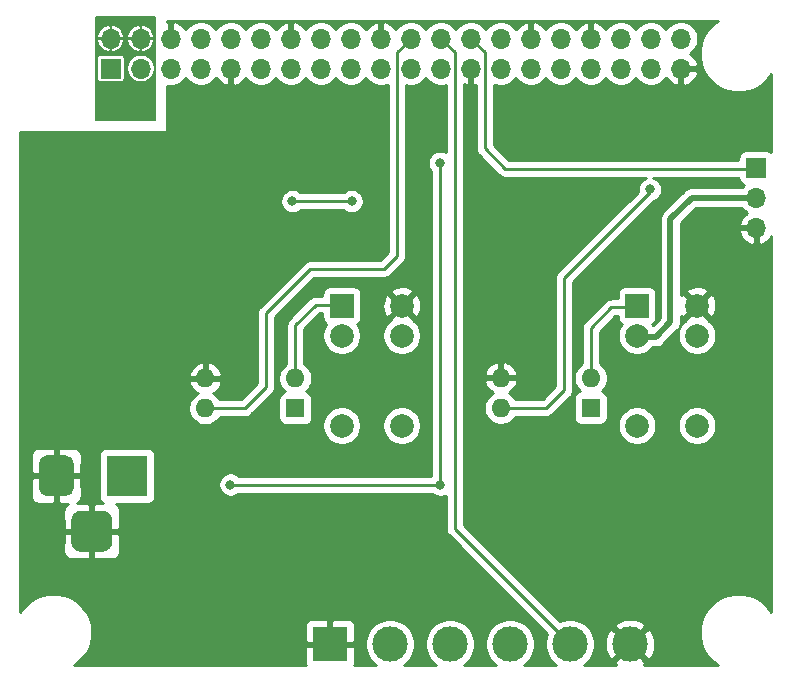
<source format=gbr>
%TF.GenerationSoftware,KiCad,Pcbnew,(5.1.9-0-10_14)*%
%TF.CreationDate,2021-11-09T22:49:23+01:00*%
%TF.ProjectId,xDoor,78446f6f-722e-46b6-9963-61645f706362,rev?*%
%TF.SameCoordinates,Original*%
%TF.FileFunction,Copper,L2,Bot*%
%TF.FilePolarity,Positive*%
%FSLAX46Y46*%
G04 Gerber Fmt 4.6, Leading zero omitted, Abs format (unit mm)*
G04 Created by KiCad (PCBNEW (5.1.9-0-10_14)) date 2021-11-09 22:49:23*
%MOMM*%
%LPD*%
G01*
G04 APERTURE LIST*
%TA.AperFunction,ComponentPad*%
%ADD10O,1.700000X1.700000*%
%TD*%
%TA.AperFunction,ComponentPad*%
%ADD11R,1.700000X1.700000*%
%TD*%
%TA.AperFunction,ComponentPad*%
%ADD12C,3.000000*%
%TD*%
%TA.AperFunction,ComponentPad*%
%ADD13R,3.000000X3.000000*%
%TD*%
%TA.AperFunction,ComponentPad*%
%ADD14O,1.600000X1.600000*%
%TD*%
%TA.AperFunction,ComponentPad*%
%ADD15R,1.600000X1.600000*%
%TD*%
%TA.AperFunction,ComponentPad*%
%ADD16C,2.000000*%
%TD*%
%TA.AperFunction,ComponentPad*%
%ADD17R,2.000000X2.000000*%
%TD*%
%TA.AperFunction,ComponentPad*%
%ADD18R,3.500000X3.500000*%
%TD*%
%TA.AperFunction,ViaPad*%
%ADD19C,0.800000*%
%TD*%
%TA.AperFunction,Conductor*%
%ADD20C,0.250000*%
%TD*%
%TA.AperFunction,Conductor*%
%ADD21C,0.508000*%
%TD*%
%TA.AperFunction,Conductor*%
%ADD22C,0.254000*%
%TD*%
%TA.AperFunction,Conductor*%
%ADD23C,0.100000*%
%TD*%
%TA.AperFunction,Conductor*%
%ADD24C,0.200000*%
%TD*%
G04 APERTURE END LIST*
D10*
%TO.P,J5,3*%
%TO.N,GND*%
X63000000Y-18250000D03*
%TO.P,J5,2*%
%TO.N,VCC*%
X63000000Y-15710000D03*
D11*
%TO.P,J5,1*%
%TO.N,GPIO_motion_sensor*%
X63000000Y-13170000D03*
%TD*%
D12*
%TO.P,J3,6*%
%TO.N,GND*%
X52320000Y-53500000D03*
%TO.P,J3,5*%
%TO.N,REED_IN*%
X47240000Y-53500000D03*
%TO.P,J3,4*%
%TO.N,BTN_CLOSE*%
X42160000Y-53500000D03*
D13*
%TO.P,J3,1*%
%TO.N,GND*%
X26920000Y-53500000D03*
D12*
%TO.P,J3,3*%
%TO.N,BTN_OPEN*%
X37080000Y-53500000D03*
%TO.P,J3,2*%
%TO.N,VCC*%
X32000000Y-53500000D03*
%TD*%
D14*
%TO.P,U2,4*%
%TO.N,SIGIN_CLOSE*%
X41380000Y-33500000D03*
%TO.P,U2,2*%
%TO.N,Net-(K2-Pad1)*%
X49000000Y-30960000D03*
%TO.P,U2,3*%
%TO.N,GND*%
X41380000Y-30960000D03*
D15*
%TO.P,U2,1*%
%TO.N,Net-(R4-Pad2)*%
X49000000Y-33500000D03*
%TD*%
D14*
%TO.P,U1,4*%
%TO.N,SIGIN_OPEN*%
X16380000Y-33540000D03*
%TO.P,U1,2*%
%TO.N,Net-(K1-Pad1)*%
X24000000Y-31000000D03*
%TO.P,U1,3*%
%TO.N,GND*%
X16380000Y-31000000D03*
D15*
%TO.P,U1,1*%
%TO.N,Net-(R2-Pad2)*%
X24000000Y-33540000D03*
%TD*%
D16*
%TO.P,K2,5*%
%TO.N,BTN_CLOSE*%
X52920000Y-35000000D03*
%TO.P,K2,6*%
X58000000Y-35000000D03*
%TO.P,K2,2*%
%TO.N,VCC*%
X52920000Y-27380000D03*
D17*
%TO.P,K2,1*%
%TO.N,Net-(K2-Pad1)*%
X52920000Y-24840000D03*
D16*
%TO.P,K2,9*%
%TO.N,Net-(D2-Pad2)*%
X58000000Y-27380000D03*
%TO.P,K2,10*%
%TO.N,GND*%
X58000000Y-24840000D03*
%TD*%
%TO.P,K1,5*%
%TO.N,BTN_OPEN*%
X27920000Y-35000000D03*
%TO.P,K1,6*%
X33000000Y-35000000D03*
%TO.P,K1,2*%
%TO.N,VCC*%
X27920000Y-27380000D03*
D17*
%TO.P,K1,1*%
%TO.N,Net-(K1-Pad1)*%
X27920000Y-24840000D03*
D16*
%TO.P,K1,9*%
%TO.N,Net-(D1-Pad2)*%
X33000000Y-27380000D03*
%TO.P,K1,10*%
%TO.N,GND*%
X33000000Y-24840000D03*
%TD*%
%TO.P,J2,3*%
%TO.N,GND*%
%TA.AperFunction,ComponentPad*%
G36*
G01*
X5000000Y-44825000D02*
X5000000Y-43075000D01*
G75*
G02*
X5875000Y-42200000I875000J0D01*
G01*
X7625000Y-42200000D01*
G75*
G02*
X8500000Y-43075000I0J-875000D01*
G01*
X8500000Y-44825000D01*
G75*
G02*
X7625000Y-45700000I-875000J0D01*
G01*
X5875000Y-45700000D01*
G75*
G02*
X5000000Y-44825000I0J875000D01*
G01*
G37*
%TD.AperFunction*%
%TO.P,J2,2*%
%TA.AperFunction,ComponentPad*%
G36*
G01*
X2250000Y-40250000D02*
X2250000Y-38250000D01*
G75*
G02*
X3000000Y-37500000I750000J0D01*
G01*
X4500000Y-37500000D01*
G75*
G02*
X5250000Y-38250000I0J-750000D01*
G01*
X5250000Y-40250000D01*
G75*
G02*
X4500000Y-41000000I-750000J0D01*
G01*
X3000000Y-41000000D01*
G75*
G02*
X2250000Y-40250000I0J750000D01*
G01*
G37*
%TD.AperFunction*%
D18*
%TO.P,J2,1*%
%TO.N,Net-(J2-Pad1)*%
X9750000Y-39250000D03*
%TD*%
D10*
%TO.P,J1,40*%
%TO.N,Net-(J1-Pad40)*%
X56630000Y-2230000D03*
%TO.P,J1,39*%
%TO.N,GND*%
X56630000Y-4770000D03*
%TO.P,J1,38*%
%TO.N,Net-(J1-Pad38)*%
X54090000Y-2230000D03*
%TO.P,J1,37*%
%TO.N,SIGIN_CLOSE*%
X54090000Y-4770000D03*
%TO.P,J1,36*%
%TO.N,Net-(J1-Pad36)*%
X51550000Y-2230000D03*
%TO.P,J1,35*%
%TO.N,Net-(J1-Pad35)*%
X51550000Y-4770000D03*
%TO.P,J1,34*%
%TO.N,GND*%
X49010000Y-2230000D03*
%TO.P,J1,33*%
%TO.N,Net-(J1-Pad33)*%
X49010000Y-4770000D03*
%TO.P,J1,32*%
%TO.N,Net-(J1-Pad32)*%
X46470000Y-2230000D03*
%TO.P,J1,31*%
%TO.N,Net-(J1-Pad31)*%
X46470000Y-4770000D03*
%TO.P,J1,30*%
%TO.N,GND*%
X43930000Y-2230000D03*
%TO.P,J1,29*%
%TO.N,Net-(J1-Pad29)*%
X43930000Y-4770000D03*
%TO.P,J1,28*%
%TO.N,Net-(J1-Pad28)*%
X41390000Y-2230000D03*
%TO.P,J1,27*%
%TO.N,Net-(J1-Pad27)*%
X41390000Y-4770000D03*
%TO.P,J1,26*%
%TO.N,GPIO_motion_sensor*%
X38850000Y-2230000D03*
%TO.P,J1,25*%
%TO.N,GND*%
X38850000Y-4770000D03*
%TO.P,J1,24*%
%TO.N,REED_IN*%
X36310000Y-2230000D03*
%TO.P,J1,23*%
%TO.N,Net-(J1-Pad23)*%
X36310000Y-4770000D03*
%TO.P,J1,22*%
%TO.N,SIGIN_OPEN*%
X33770000Y-2230000D03*
%TO.P,J1,21*%
%TO.N,Net-(J1-Pad21)*%
X33770000Y-4770000D03*
%TO.P,J1,20*%
%TO.N,GND*%
X31230000Y-2230000D03*
%TO.P,J1,19*%
%TO.N,Net-(J1-Pad19)*%
X31230000Y-4770000D03*
%TO.P,J1,18*%
%TO.N,SIG_CLOSE*%
X28690000Y-2230000D03*
%TO.P,J1,17*%
%TO.N,VDD*%
X28690000Y-4770000D03*
%TO.P,J1,16*%
%TO.N,SIG_OPEN*%
X26150000Y-2230000D03*
%TO.P,J1,15*%
%TO.N,Net-(J1-Pad15)*%
X26150000Y-4770000D03*
%TO.P,J1,14*%
%TO.N,GND*%
X23610000Y-2230000D03*
%TO.P,J1,13*%
%TO.N,Net-(J1-Pad13)*%
X23610000Y-4770000D03*
%TO.P,J1,12*%
%TO.N,Net-(J1-Pad12)*%
X21070000Y-2230000D03*
%TO.P,J1,11*%
%TO.N,Net-(J1-Pad11)*%
X21070000Y-4770000D03*
%TO.P,J1,10*%
%TO.N,Net-(J1-Pad10)*%
X18530000Y-2230000D03*
%TO.P,J1,9*%
%TO.N,GND*%
X18530000Y-4770000D03*
%TO.P,J1,8*%
%TO.N,Net-(J1-Pad8)*%
X15990000Y-2230000D03*
%TO.P,J1,7*%
%TO.N,Net-(J1-Pad7)*%
X15990000Y-4770000D03*
%TO.P,J1,6*%
%TO.N,GND*%
X13450000Y-2230000D03*
%TO.P,J1,5*%
%TO.N,Net-(J1-Pad5)*%
X13450000Y-4770000D03*
%TO.P,J1,4*%
%TO.N,VCC*%
X10910000Y-2230000D03*
%TO.P,J1,3*%
%TO.N,Net-(J1-Pad3)*%
X10910000Y-4770000D03*
%TO.P,J1,2*%
%TO.N,VCC*%
X8370000Y-2230000D03*
D11*
%TO.P,J1,1*%
%TO.N,Net-(J1-Pad1)*%
X8370000Y-4770000D03*
%TD*%
D19*
%TO.N,Net-(J1-Pad32)*%
X28750000Y-16000000D03*
X23750000Y-16000000D03*
%TO.N,VDD*%
X18500000Y-40000000D03*
X36250000Y-40000000D03*
X36250000Y-12750000D03*
%TO.N,VCC*%
X11743010Y-6750000D03*
X11750000Y-7750000D03*
X11750000Y-8750000D03*
%TO.N,SIGIN_CLOSE*%
X54000000Y-15000000D03*
%TD*%
D20*
%TO.N,Net-(J1-Pad32)*%
X28750000Y-16000000D02*
X23750000Y-16000000D01*
%TO.N,Net-(K1-Pad1)*%
X24000000Y-31000000D02*
X24000000Y-26500000D01*
X24000000Y-26500000D02*
X25750000Y-24750000D01*
X25750000Y-24750000D02*
X28000000Y-24750000D01*
%TO.N,Net-(K2-Pad1)*%
X49000000Y-30960000D02*
X49000000Y-26750000D01*
X49000000Y-26750000D02*
X50750000Y-25000000D01*
X50750000Y-25000000D02*
X52750000Y-25000000D01*
%TO.N,VDD*%
X18500000Y-40000000D02*
X36250000Y-40000000D01*
X36250000Y-40000000D02*
X36250000Y-12750000D01*
D21*
%TO.N,VCC*%
X63000000Y-15710000D02*
X57540000Y-15710000D01*
X57540000Y-15710000D02*
X55750000Y-17500000D01*
X55750000Y-17500000D02*
X55750000Y-26250000D01*
X55750000Y-26250000D02*
X54500000Y-27500000D01*
X54500000Y-27500000D02*
X53000000Y-27500000D01*
D20*
%TO.N,SIGIN_OPEN*%
X16380000Y-33540000D02*
X19710000Y-33540000D01*
X19710000Y-33540000D02*
X21500000Y-31750000D01*
X21500000Y-31750000D02*
X21500000Y-25500000D01*
X21500000Y-25500000D02*
X25250000Y-21750000D01*
X25250000Y-21750000D02*
X31500000Y-21750000D01*
X32594999Y-20655001D02*
X32594999Y-3405001D01*
X31500000Y-21750000D02*
X32594999Y-20655001D01*
X32594999Y-3405001D02*
X33750000Y-2250000D01*
%TO.N,SIGIN_CLOSE*%
X41380000Y-33500000D02*
X45250000Y-33500000D01*
X45250000Y-33500000D02*
X46750000Y-32000000D01*
X46750000Y-32000000D02*
X46750000Y-22500000D01*
X54000000Y-15250000D02*
X54000000Y-15000000D01*
X46750000Y-22500000D02*
X54000000Y-15250000D01*
%TO.N,GPIO_motion_sensor*%
X40025001Y-3405001D02*
X40025001Y-11525001D01*
X38850000Y-2230000D02*
X40025001Y-3405001D01*
X40025001Y-11525001D02*
X41750000Y-13250000D01*
X41750000Y-13250000D02*
X63000000Y-13250000D01*
%TO.N,REED_IN*%
X37485001Y-3405001D02*
X37485001Y-43735001D01*
X36310000Y-2230000D02*
X37485001Y-3405001D01*
X37485001Y-43735001D02*
X47250000Y-53500000D01*
%TD*%
D22*
%TO.N,GND*%
X18657000Y-4643000D02*
X18677000Y-4643000D01*
X18677000Y-4897000D01*
X18657000Y-4897000D01*
X18657000Y-6090155D01*
X18886890Y-6211476D01*
X19034099Y-6166825D01*
X19296920Y-6041641D01*
X19530269Y-5867588D01*
X19725178Y-5651355D01*
X19794805Y-5534466D01*
X19916525Y-5716632D01*
X20123368Y-5923475D01*
X20366589Y-6085990D01*
X20636842Y-6197932D01*
X20923740Y-6255000D01*
X21216260Y-6255000D01*
X21503158Y-6197932D01*
X21773411Y-6085990D01*
X22016632Y-5923475D01*
X22223475Y-5716632D01*
X22340000Y-5542240D01*
X22456525Y-5716632D01*
X22663368Y-5923475D01*
X22906589Y-6085990D01*
X23176842Y-6197932D01*
X23463740Y-6255000D01*
X23756260Y-6255000D01*
X24043158Y-6197932D01*
X24313411Y-6085990D01*
X24556632Y-5923475D01*
X24763475Y-5716632D01*
X24880000Y-5542240D01*
X24996525Y-5716632D01*
X25203368Y-5923475D01*
X25446589Y-6085990D01*
X25716842Y-6197932D01*
X26003740Y-6255000D01*
X26296260Y-6255000D01*
X26583158Y-6197932D01*
X26853411Y-6085990D01*
X27096632Y-5923475D01*
X27303475Y-5716632D01*
X27420000Y-5542240D01*
X27536525Y-5716632D01*
X27743368Y-5923475D01*
X27986589Y-6085990D01*
X28256842Y-6197932D01*
X28543740Y-6255000D01*
X28836260Y-6255000D01*
X29123158Y-6197932D01*
X29393411Y-6085990D01*
X29636632Y-5923475D01*
X29843475Y-5716632D01*
X29960000Y-5542240D01*
X30076525Y-5716632D01*
X30283368Y-5923475D01*
X30526589Y-6085990D01*
X30796842Y-6197932D01*
X31083740Y-6255000D01*
X31376260Y-6255000D01*
X31663158Y-6197932D01*
X31835000Y-6126753D01*
X31834999Y-20340198D01*
X31185199Y-20990000D01*
X25287323Y-20990000D01*
X25250000Y-20986324D01*
X25212677Y-20990000D01*
X25212667Y-20990000D01*
X25101014Y-21000997D01*
X24957753Y-21044454D01*
X24825724Y-21115026D01*
X24709999Y-21209999D01*
X24686201Y-21238997D01*
X20988998Y-24936201D01*
X20960000Y-24959999D01*
X20936202Y-24988997D01*
X20936201Y-24988998D01*
X20865026Y-25075724D01*
X20794454Y-25207754D01*
X20778302Y-25261003D01*
X20750998Y-25351014D01*
X20747653Y-25384974D01*
X20736324Y-25500000D01*
X20740001Y-25537332D01*
X20740000Y-31435198D01*
X19395199Y-32780000D01*
X17598043Y-32780000D01*
X17494637Y-32625241D01*
X17294759Y-32425363D01*
X17059727Y-32268320D01*
X17049135Y-32263933D01*
X17235131Y-32152385D01*
X17443519Y-31963414D01*
X17611037Y-31737420D01*
X17731246Y-31483087D01*
X17771904Y-31349039D01*
X17649915Y-31127000D01*
X16507000Y-31127000D01*
X16507000Y-31147000D01*
X16253000Y-31147000D01*
X16253000Y-31127000D01*
X15110085Y-31127000D01*
X14988096Y-31349039D01*
X15028754Y-31483087D01*
X15148963Y-31737420D01*
X15316481Y-31963414D01*
X15524869Y-32152385D01*
X15710865Y-32263933D01*
X15700273Y-32268320D01*
X15465241Y-32425363D01*
X15265363Y-32625241D01*
X15108320Y-32860273D01*
X15000147Y-33121426D01*
X14945000Y-33398665D01*
X14945000Y-33681335D01*
X15000147Y-33958574D01*
X15108320Y-34219727D01*
X15265363Y-34454759D01*
X15465241Y-34654637D01*
X15700273Y-34811680D01*
X15961426Y-34919853D01*
X16238665Y-34975000D01*
X16521335Y-34975000D01*
X16798574Y-34919853D01*
X17059727Y-34811680D01*
X17294759Y-34654637D01*
X17494637Y-34454759D01*
X17598043Y-34300000D01*
X19672678Y-34300000D01*
X19710000Y-34303676D01*
X19747322Y-34300000D01*
X19747333Y-34300000D01*
X19858986Y-34289003D01*
X20002247Y-34245546D01*
X20134276Y-34174974D01*
X20250001Y-34080001D01*
X20273804Y-34050997D01*
X21584801Y-32740000D01*
X22561928Y-32740000D01*
X22561928Y-34340000D01*
X22574188Y-34464482D01*
X22610498Y-34584180D01*
X22669463Y-34694494D01*
X22748815Y-34791185D01*
X22845506Y-34870537D01*
X22955820Y-34929502D01*
X23075518Y-34965812D01*
X23200000Y-34978072D01*
X24800000Y-34978072D01*
X24924482Y-34965812D01*
X25044180Y-34929502D01*
X25154494Y-34870537D01*
X25192962Y-34838967D01*
X26285000Y-34838967D01*
X26285000Y-35161033D01*
X26347832Y-35476912D01*
X26471082Y-35774463D01*
X26650013Y-36042252D01*
X26877748Y-36269987D01*
X27145537Y-36448918D01*
X27443088Y-36572168D01*
X27758967Y-36635000D01*
X28081033Y-36635000D01*
X28396912Y-36572168D01*
X28694463Y-36448918D01*
X28962252Y-36269987D01*
X29189987Y-36042252D01*
X29368918Y-35774463D01*
X29492168Y-35476912D01*
X29555000Y-35161033D01*
X29555000Y-34838967D01*
X31365000Y-34838967D01*
X31365000Y-35161033D01*
X31427832Y-35476912D01*
X31551082Y-35774463D01*
X31730013Y-36042252D01*
X31957748Y-36269987D01*
X32225537Y-36448918D01*
X32523088Y-36572168D01*
X32838967Y-36635000D01*
X33161033Y-36635000D01*
X33476912Y-36572168D01*
X33774463Y-36448918D01*
X34042252Y-36269987D01*
X34269987Y-36042252D01*
X34448918Y-35774463D01*
X34572168Y-35476912D01*
X34635000Y-35161033D01*
X34635000Y-34838967D01*
X34572168Y-34523088D01*
X34448918Y-34225537D01*
X34269987Y-33957748D01*
X34042252Y-33730013D01*
X33774463Y-33551082D01*
X33476912Y-33427832D01*
X33161033Y-33365000D01*
X32838967Y-33365000D01*
X32523088Y-33427832D01*
X32225537Y-33551082D01*
X31957748Y-33730013D01*
X31730013Y-33957748D01*
X31551082Y-34225537D01*
X31427832Y-34523088D01*
X31365000Y-34838967D01*
X29555000Y-34838967D01*
X29492168Y-34523088D01*
X29368918Y-34225537D01*
X29189987Y-33957748D01*
X28962252Y-33730013D01*
X28694463Y-33551082D01*
X28396912Y-33427832D01*
X28081033Y-33365000D01*
X27758967Y-33365000D01*
X27443088Y-33427832D01*
X27145537Y-33551082D01*
X26877748Y-33730013D01*
X26650013Y-33957748D01*
X26471082Y-34225537D01*
X26347832Y-34523088D01*
X26285000Y-34838967D01*
X25192962Y-34838967D01*
X25251185Y-34791185D01*
X25330537Y-34694494D01*
X25389502Y-34584180D01*
X25425812Y-34464482D01*
X25438072Y-34340000D01*
X25438072Y-32740000D01*
X25425812Y-32615518D01*
X25389502Y-32495820D01*
X25330537Y-32385506D01*
X25251185Y-32288815D01*
X25154494Y-32209463D01*
X25044180Y-32150498D01*
X24924482Y-32114188D01*
X24916039Y-32113357D01*
X25114637Y-31914759D01*
X25271680Y-31679727D01*
X25379853Y-31418574D01*
X25435000Y-31141335D01*
X25435000Y-30858665D01*
X25379853Y-30581426D01*
X25271680Y-30320273D01*
X25114637Y-30085241D01*
X24914759Y-29885363D01*
X24760000Y-29781957D01*
X24760000Y-26814801D01*
X26064802Y-25510000D01*
X26281928Y-25510000D01*
X26281928Y-25840000D01*
X26294188Y-25964482D01*
X26330498Y-26084180D01*
X26389463Y-26194494D01*
X26468815Y-26291185D01*
X26565506Y-26370537D01*
X26611630Y-26395191D01*
X26471082Y-26605537D01*
X26347832Y-26903088D01*
X26285000Y-27218967D01*
X26285000Y-27541033D01*
X26347832Y-27856912D01*
X26471082Y-28154463D01*
X26650013Y-28422252D01*
X26877748Y-28649987D01*
X27145537Y-28828918D01*
X27443088Y-28952168D01*
X27758967Y-29015000D01*
X28081033Y-29015000D01*
X28396912Y-28952168D01*
X28694463Y-28828918D01*
X28962252Y-28649987D01*
X29189987Y-28422252D01*
X29368918Y-28154463D01*
X29492168Y-27856912D01*
X29555000Y-27541033D01*
X29555000Y-27218967D01*
X31365000Y-27218967D01*
X31365000Y-27541033D01*
X31427832Y-27856912D01*
X31551082Y-28154463D01*
X31730013Y-28422252D01*
X31957748Y-28649987D01*
X32225537Y-28828918D01*
X32523088Y-28952168D01*
X32838967Y-29015000D01*
X33161033Y-29015000D01*
X33476912Y-28952168D01*
X33774463Y-28828918D01*
X34042252Y-28649987D01*
X34269987Y-28422252D01*
X34448918Y-28154463D01*
X34572168Y-27856912D01*
X34635000Y-27541033D01*
X34635000Y-27218967D01*
X34572168Y-26903088D01*
X34448918Y-26605537D01*
X34269987Y-26337748D01*
X34042252Y-26110013D01*
X33933400Y-26037280D01*
X33955808Y-25975413D01*
X33000000Y-25019605D01*
X32044192Y-25975413D01*
X32066600Y-26037280D01*
X31957748Y-26110013D01*
X31730013Y-26337748D01*
X31551082Y-26605537D01*
X31427832Y-26903088D01*
X31365000Y-27218967D01*
X29555000Y-27218967D01*
X29492168Y-26903088D01*
X29368918Y-26605537D01*
X29228370Y-26395191D01*
X29274494Y-26370537D01*
X29371185Y-26291185D01*
X29450537Y-26194494D01*
X29509502Y-26084180D01*
X29545812Y-25964482D01*
X29558072Y-25840000D01*
X29558072Y-24902595D01*
X31358282Y-24902595D01*
X31402039Y-25221675D01*
X31507205Y-25526088D01*
X31600186Y-25700044D01*
X31864587Y-25795808D01*
X32820395Y-24840000D01*
X33179605Y-24840000D01*
X34135413Y-25795808D01*
X34399814Y-25700044D01*
X34540704Y-25410429D01*
X34622384Y-25098892D01*
X34641718Y-24777405D01*
X34597961Y-24458325D01*
X34492795Y-24153912D01*
X34399814Y-23979956D01*
X34135413Y-23884192D01*
X33179605Y-24840000D01*
X32820395Y-24840000D01*
X31864587Y-23884192D01*
X31600186Y-23979956D01*
X31459296Y-24269571D01*
X31377616Y-24581108D01*
X31358282Y-24902595D01*
X29558072Y-24902595D01*
X29558072Y-23840000D01*
X29545812Y-23715518D01*
X29542497Y-23704587D01*
X32044192Y-23704587D01*
X33000000Y-24660395D01*
X33955808Y-23704587D01*
X33860044Y-23440186D01*
X33570429Y-23299296D01*
X33258892Y-23217616D01*
X32937405Y-23198282D01*
X32618325Y-23242039D01*
X32313912Y-23347205D01*
X32139956Y-23440186D01*
X32044192Y-23704587D01*
X29542497Y-23704587D01*
X29509502Y-23595820D01*
X29450537Y-23485506D01*
X29371185Y-23388815D01*
X29274494Y-23309463D01*
X29164180Y-23250498D01*
X29044482Y-23214188D01*
X28920000Y-23201928D01*
X26920000Y-23201928D01*
X26795518Y-23214188D01*
X26675820Y-23250498D01*
X26565506Y-23309463D01*
X26468815Y-23388815D01*
X26389463Y-23485506D01*
X26330498Y-23595820D01*
X26294188Y-23715518D01*
X26281928Y-23840000D01*
X26281928Y-23990000D01*
X25787325Y-23990000D01*
X25750000Y-23986324D01*
X25712675Y-23990000D01*
X25712667Y-23990000D01*
X25601014Y-24000997D01*
X25457753Y-24044454D01*
X25325724Y-24115026D01*
X25209999Y-24209999D01*
X25186201Y-24238997D01*
X23488998Y-25936201D01*
X23460000Y-25959999D01*
X23436202Y-25988997D01*
X23436201Y-25988998D01*
X23365026Y-26075724D01*
X23294454Y-26207754D01*
X23250998Y-26351015D01*
X23236324Y-26500000D01*
X23240001Y-26537332D01*
X23240000Y-29781956D01*
X23085241Y-29885363D01*
X22885363Y-30085241D01*
X22728320Y-30320273D01*
X22620147Y-30581426D01*
X22565000Y-30858665D01*
X22565000Y-31141335D01*
X22620147Y-31418574D01*
X22728320Y-31679727D01*
X22885363Y-31914759D01*
X23083961Y-32113357D01*
X23075518Y-32114188D01*
X22955820Y-32150498D01*
X22845506Y-32209463D01*
X22748815Y-32288815D01*
X22669463Y-32385506D01*
X22610498Y-32495820D01*
X22574188Y-32615518D01*
X22561928Y-32740000D01*
X21584801Y-32740000D01*
X22011004Y-32313798D01*
X22040001Y-32290001D01*
X22134974Y-32174276D01*
X22205546Y-32042247D01*
X22249003Y-31898986D01*
X22260000Y-31787333D01*
X22260000Y-31787324D01*
X22263676Y-31750001D01*
X22260000Y-31712678D01*
X22260000Y-25814801D01*
X25564802Y-22510000D01*
X31462678Y-22510000D01*
X31500000Y-22513676D01*
X31537322Y-22510000D01*
X31537333Y-22510000D01*
X31648986Y-22499003D01*
X31792247Y-22455546D01*
X31924276Y-22384974D01*
X32040001Y-22290001D01*
X32063803Y-22260998D01*
X33106008Y-21218795D01*
X33135000Y-21195002D01*
X33158794Y-21166009D01*
X33158798Y-21166005D01*
X33229972Y-21079278D01*
X33229973Y-21079277D01*
X33300545Y-20947248D01*
X33344002Y-20803987D01*
X33354999Y-20692334D01*
X33354999Y-20692325D01*
X33358675Y-20655002D01*
X33354999Y-20617679D01*
X33354999Y-6201544D01*
X33623740Y-6255000D01*
X33916260Y-6255000D01*
X34203158Y-6197932D01*
X34473411Y-6085990D01*
X34716632Y-5923475D01*
X34923475Y-5716632D01*
X35040000Y-5542240D01*
X35156525Y-5716632D01*
X35363368Y-5923475D01*
X35606589Y-6085990D01*
X35876842Y-6197932D01*
X36163740Y-6255000D01*
X36456260Y-6255000D01*
X36725001Y-6201544D01*
X36725001Y-11826476D01*
X36551898Y-11754774D01*
X36351939Y-11715000D01*
X36148061Y-11715000D01*
X35948102Y-11754774D01*
X35759744Y-11832795D01*
X35590226Y-11946063D01*
X35446063Y-12090226D01*
X35332795Y-12259744D01*
X35254774Y-12448102D01*
X35215000Y-12648061D01*
X35215000Y-12851939D01*
X35254774Y-13051898D01*
X35332795Y-13240256D01*
X35446063Y-13409774D01*
X35490001Y-13453712D01*
X35490000Y-39240000D01*
X19203711Y-39240000D01*
X19159774Y-39196063D01*
X18990256Y-39082795D01*
X18801898Y-39004774D01*
X18601939Y-38965000D01*
X18398061Y-38965000D01*
X18198102Y-39004774D01*
X18009744Y-39082795D01*
X17840226Y-39196063D01*
X17696063Y-39340226D01*
X17582795Y-39509744D01*
X17504774Y-39698102D01*
X17465000Y-39898061D01*
X17465000Y-40101939D01*
X17504774Y-40301898D01*
X17582795Y-40490256D01*
X17696063Y-40659774D01*
X17840226Y-40803937D01*
X18009744Y-40917205D01*
X18198102Y-40995226D01*
X18398061Y-41035000D01*
X18601939Y-41035000D01*
X18801898Y-40995226D01*
X18990256Y-40917205D01*
X19159774Y-40803937D01*
X19203711Y-40760000D01*
X35546289Y-40760000D01*
X35590226Y-40803937D01*
X35759744Y-40917205D01*
X35948102Y-40995226D01*
X36148061Y-41035000D01*
X36351939Y-41035000D01*
X36551898Y-40995226D01*
X36725002Y-40923523D01*
X36725002Y-43697668D01*
X36721325Y-43735001D01*
X36735999Y-43883986D01*
X36779455Y-44027247D01*
X36850027Y-44159277D01*
X36921202Y-44246003D01*
X36945001Y-44275002D01*
X36973999Y-44298800D01*
X45294069Y-52618871D01*
X45187047Y-52877244D01*
X45105000Y-53289721D01*
X45105000Y-53710279D01*
X45187047Y-54122756D01*
X45347988Y-54511302D01*
X45581637Y-54860983D01*
X45879017Y-55158363D01*
X46076026Y-55290000D01*
X43323974Y-55290000D01*
X43520983Y-55158363D01*
X43818363Y-54860983D01*
X44052012Y-54511302D01*
X44212953Y-54122756D01*
X44295000Y-53710279D01*
X44295000Y-53289721D01*
X44212953Y-52877244D01*
X44052012Y-52488698D01*
X43818363Y-52139017D01*
X43520983Y-51841637D01*
X43171302Y-51607988D01*
X42782756Y-51447047D01*
X42370279Y-51365000D01*
X41949721Y-51365000D01*
X41537244Y-51447047D01*
X41148698Y-51607988D01*
X40799017Y-51841637D01*
X40501637Y-52139017D01*
X40267988Y-52488698D01*
X40107047Y-52877244D01*
X40025000Y-53289721D01*
X40025000Y-53710279D01*
X40107047Y-54122756D01*
X40267988Y-54511302D01*
X40501637Y-54860983D01*
X40799017Y-55158363D01*
X40996026Y-55290000D01*
X38243974Y-55290000D01*
X38440983Y-55158363D01*
X38738363Y-54860983D01*
X38972012Y-54511302D01*
X39132953Y-54122756D01*
X39215000Y-53710279D01*
X39215000Y-53289721D01*
X39132953Y-52877244D01*
X38972012Y-52488698D01*
X38738363Y-52139017D01*
X38440983Y-51841637D01*
X38091302Y-51607988D01*
X37702756Y-51447047D01*
X37290279Y-51365000D01*
X36869721Y-51365000D01*
X36457244Y-51447047D01*
X36068698Y-51607988D01*
X35719017Y-51841637D01*
X35421637Y-52139017D01*
X35187988Y-52488698D01*
X35027047Y-52877244D01*
X34945000Y-53289721D01*
X34945000Y-53710279D01*
X35027047Y-54122756D01*
X35187988Y-54511302D01*
X35421637Y-54860983D01*
X35719017Y-55158363D01*
X35916026Y-55290000D01*
X33163974Y-55290000D01*
X33360983Y-55158363D01*
X33658363Y-54860983D01*
X33892012Y-54511302D01*
X34052953Y-54122756D01*
X34135000Y-53710279D01*
X34135000Y-53289721D01*
X34052953Y-52877244D01*
X33892012Y-52488698D01*
X33658363Y-52139017D01*
X33360983Y-51841637D01*
X33011302Y-51607988D01*
X32622756Y-51447047D01*
X32210279Y-51365000D01*
X31789721Y-51365000D01*
X31377244Y-51447047D01*
X30988698Y-51607988D01*
X30639017Y-51841637D01*
X30341637Y-52139017D01*
X30107988Y-52488698D01*
X29947047Y-52877244D01*
X29865000Y-53289721D01*
X29865000Y-53710279D01*
X29947047Y-54122756D01*
X30107988Y-54511302D01*
X30341637Y-54860983D01*
X30639017Y-55158363D01*
X30836026Y-55290000D01*
X28985010Y-55290000D01*
X29009502Y-55244180D01*
X29045812Y-55124482D01*
X29058072Y-55000000D01*
X29055000Y-53785750D01*
X28896250Y-53627000D01*
X27047000Y-53627000D01*
X27047000Y-53647000D01*
X26793000Y-53647000D01*
X26793000Y-53627000D01*
X24943750Y-53627000D01*
X24785000Y-53785750D01*
X24781928Y-55000000D01*
X24794188Y-55124482D01*
X24830498Y-55244180D01*
X24854990Y-55290000D01*
X5222915Y-55290000D01*
X5588966Y-55045412D01*
X6045412Y-54588966D01*
X6404040Y-54052242D01*
X6651067Y-53455866D01*
X6777000Y-52822756D01*
X6777000Y-52177244D01*
X6741745Y-52000000D01*
X24781928Y-52000000D01*
X24785000Y-53214250D01*
X24943750Y-53373000D01*
X26793000Y-53373000D01*
X26793000Y-51523750D01*
X27047000Y-51523750D01*
X27047000Y-53373000D01*
X28896250Y-53373000D01*
X29055000Y-53214250D01*
X29058072Y-52000000D01*
X29045812Y-51875518D01*
X29009502Y-51755820D01*
X28950537Y-51645506D01*
X28871185Y-51548815D01*
X28774494Y-51469463D01*
X28664180Y-51410498D01*
X28544482Y-51374188D01*
X28420000Y-51361928D01*
X27205750Y-51365000D01*
X27047000Y-51523750D01*
X26793000Y-51523750D01*
X26634250Y-51365000D01*
X25420000Y-51361928D01*
X25295518Y-51374188D01*
X25175820Y-51410498D01*
X25065506Y-51469463D01*
X24968815Y-51548815D01*
X24889463Y-51645506D01*
X24830498Y-51755820D01*
X24794188Y-51875518D01*
X24781928Y-52000000D01*
X6741745Y-52000000D01*
X6651067Y-51544134D01*
X6404040Y-50947758D01*
X6045412Y-50411034D01*
X5588966Y-49954588D01*
X5052242Y-49595960D01*
X4455866Y-49348933D01*
X3822756Y-49223000D01*
X3177244Y-49223000D01*
X2544134Y-49348933D01*
X1947758Y-49595960D01*
X1411034Y-49954588D01*
X954588Y-50411034D01*
X710000Y-50777085D01*
X710000Y-45700000D01*
X4361928Y-45700000D01*
X4374188Y-45824482D01*
X4410498Y-45944180D01*
X4469463Y-46054494D01*
X4548815Y-46151185D01*
X4645506Y-46230537D01*
X4755820Y-46289502D01*
X4875518Y-46325812D01*
X5000000Y-46338072D01*
X6464250Y-46335000D01*
X6623000Y-46176250D01*
X6623000Y-44077000D01*
X6877000Y-44077000D01*
X6877000Y-46176250D01*
X7035750Y-46335000D01*
X8500000Y-46338072D01*
X8624482Y-46325812D01*
X8744180Y-46289502D01*
X8854494Y-46230537D01*
X8951185Y-46151185D01*
X9030537Y-46054494D01*
X9089502Y-45944180D01*
X9125812Y-45824482D01*
X9138072Y-45700000D01*
X9135000Y-44235750D01*
X8976250Y-44077000D01*
X6877000Y-44077000D01*
X6623000Y-44077000D01*
X4523750Y-44077000D01*
X4365000Y-44235750D01*
X4361928Y-45700000D01*
X710000Y-45700000D01*
X710000Y-41000000D01*
X1611928Y-41000000D01*
X1624188Y-41124482D01*
X1660498Y-41244180D01*
X1719463Y-41354494D01*
X1798815Y-41451185D01*
X1895506Y-41530537D01*
X2005820Y-41589502D01*
X2125518Y-41625812D01*
X2250000Y-41638072D01*
X3464250Y-41635000D01*
X3623000Y-41476250D01*
X3623000Y-39377000D01*
X3877000Y-39377000D01*
X3877000Y-41476250D01*
X4035750Y-41635000D01*
X4706805Y-41636698D01*
X4645506Y-41669463D01*
X4548815Y-41748815D01*
X4469463Y-41845506D01*
X4410498Y-41955820D01*
X4374188Y-42075518D01*
X4361928Y-42200000D01*
X4365000Y-43664250D01*
X4523750Y-43823000D01*
X6623000Y-43823000D01*
X6623000Y-41723750D01*
X6877000Y-41723750D01*
X6877000Y-43823000D01*
X8976250Y-43823000D01*
X9135000Y-43664250D01*
X9138072Y-42200000D01*
X9125812Y-42075518D01*
X9089502Y-41955820D01*
X9030537Y-41845506D01*
X8951185Y-41748815D01*
X8854494Y-41669463D01*
X8795767Y-41638072D01*
X11500000Y-41638072D01*
X11624482Y-41625812D01*
X11744180Y-41589502D01*
X11854494Y-41530537D01*
X11951185Y-41451185D01*
X12030537Y-41354494D01*
X12089502Y-41244180D01*
X12125812Y-41124482D01*
X12138072Y-41000000D01*
X12138072Y-37500000D01*
X12125812Y-37375518D01*
X12089502Y-37255820D01*
X12030537Y-37145506D01*
X11951185Y-37048815D01*
X11854494Y-36969463D01*
X11744180Y-36910498D01*
X11624482Y-36874188D01*
X11500000Y-36861928D01*
X8000000Y-36861928D01*
X7875518Y-36874188D01*
X7755820Y-36910498D01*
X7645506Y-36969463D01*
X7548815Y-37048815D01*
X7469463Y-37145506D01*
X7410498Y-37255820D01*
X7374188Y-37375518D01*
X7361928Y-37500000D01*
X7361928Y-41000000D01*
X7374188Y-41124482D01*
X7410498Y-41244180D01*
X7469463Y-41354494D01*
X7548815Y-41451185D01*
X7645506Y-41530537D01*
X7707345Y-41563591D01*
X7035750Y-41565000D01*
X6877000Y-41723750D01*
X6623000Y-41723750D01*
X6464250Y-41565000D01*
X5543633Y-41563069D01*
X5604494Y-41530537D01*
X5701185Y-41451185D01*
X5780537Y-41354494D01*
X5839502Y-41244180D01*
X5875812Y-41124482D01*
X5888072Y-41000000D01*
X5885000Y-39535750D01*
X5726250Y-39377000D01*
X3877000Y-39377000D01*
X3623000Y-39377000D01*
X1773750Y-39377000D01*
X1615000Y-39535750D01*
X1611928Y-41000000D01*
X710000Y-41000000D01*
X710000Y-37500000D01*
X1611928Y-37500000D01*
X1615000Y-38964250D01*
X1773750Y-39123000D01*
X3623000Y-39123000D01*
X3623000Y-37023750D01*
X3877000Y-37023750D01*
X3877000Y-39123000D01*
X5726250Y-39123000D01*
X5885000Y-38964250D01*
X5888072Y-37500000D01*
X5875812Y-37375518D01*
X5839502Y-37255820D01*
X5780537Y-37145506D01*
X5701185Y-37048815D01*
X5604494Y-36969463D01*
X5494180Y-36910498D01*
X5374482Y-36874188D01*
X5250000Y-36861928D01*
X4035750Y-36865000D01*
X3877000Y-37023750D01*
X3623000Y-37023750D01*
X3464250Y-36865000D01*
X2250000Y-36861928D01*
X2125518Y-36874188D01*
X2005820Y-36910498D01*
X1895506Y-36969463D01*
X1798815Y-37048815D01*
X1719463Y-37145506D01*
X1660498Y-37255820D01*
X1624188Y-37375518D01*
X1611928Y-37500000D01*
X710000Y-37500000D01*
X710000Y-30650961D01*
X14988096Y-30650961D01*
X15110085Y-30873000D01*
X16253000Y-30873000D01*
X16253000Y-29729376D01*
X16507000Y-29729376D01*
X16507000Y-30873000D01*
X17649915Y-30873000D01*
X17771904Y-30650961D01*
X17731246Y-30516913D01*
X17611037Y-30262580D01*
X17443519Y-30036586D01*
X17235131Y-29847615D01*
X16993881Y-29702930D01*
X16729040Y-29608091D01*
X16507000Y-29729376D01*
X16253000Y-29729376D01*
X16030960Y-29608091D01*
X15766119Y-29702930D01*
X15524869Y-29847615D01*
X15316481Y-30036586D01*
X15148963Y-30262580D01*
X15028754Y-30516913D01*
X14988096Y-30650961D01*
X710000Y-30650961D01*
X710000Y-15898061D01*
X22715000Y-15898061D01*
X22715000Y-16101939D01*
X22754774Y-16301898D01*
X22832795Y-16490256D01*
X22946063Y-16659774D01*
X23090226Y-16803937D01*
X23259744Y-16917205D01*
X23448102Y-16995226D01*
X23648061Y-17035000D01*
X23851939Y-17035000D01*
X24051898Y-16995226D01*
X24240256Y-16917205D01*
X24409774Y-16803937D01*
X24453711Y-16760000D01*
X28046289Y-16760000D01*
X28090226Y-16803937D01*
X28259744Y-16917205D01*
X28448102Y-16995226D01*
X28648061Y-17035000D01*
X28851939Y-17035000D01*
X29051898Y-16995226D01*
X29240256Y-16917205D01*
X29409774Y-16803937D01*
X29553937Y-16659774D01*
X29667205Y-16490256D01*
X29745226Y-16301898D01*
X29785000Y-16101939D01*
X29785000Y-15898061D01*
X29745226Y-15698102D01*
X29667205Y-15509744D01*
X29553937Y-15340226D01*
X29409774Y-15196063D01*
X29240256Y-15082795D01*
X29051898Y-15004774D01*
X28851939Y-14965000D01*
X28648061Y-14965000D01*
X28448102Y-15004774D01*
X28259744Y-15082795D01*
X28090226Y-15196063D01*
X28046289Y-15240000D01*
X24453711Y-15240000D01*
X24409774Y-15196063D01*
X24240256Y-15082795D01*
X24051898Y-15004774D01*
X23851939Y-14965000D01*
X23648061Y-14965000D01*
X23448102Y-15004774D01*
X23259744Y-15082795D01*
X23090226Y-15196063D01*
X22946063Y-15340226D01*
X22832795Y-15509744D01*
X22754774Y-15698102D01*
X22715000Y-15898061D01*
X710000Y-15898061D01*
X710000Y-10127000D01*
X13000000Y-10127000D01*
X13024776Y-10124560D01*
X13048601Y-10117333D01*
X13070557Y-10105597D01*
X13089803Y-10089803D01*
X13105597Y-10070557D01*
X13117333Y-10048601D01*
X13124560Y-10024776D01*
X13127000Y-10000000D01*
X13127000Y-6219844D01*
X13303740Y-6255000D01*
X13596260Y-6255000D01*
X13883158Y-6197932D01*
X14153411Y-6085990D01*
X14396632Y-5923475D01*
X14603475Y-5716632D01*
X14720000Y-5542240D01*
X14836525Y-5716632D01*
X15043368Y-5923475D01*
X15286589Y-6085990D01*
X15556842Y-6197932D01*
X15843740Y-6255000D01*
X16136260Y-6255000D01*
X16423158Y-6197932D01*
X16693411Y-6085990D01*
X16936632Y-5923475D01*
X17143475Y-5716632D01*
X17265195Y-5534466D01*
X17334822Y-5651355D01*
X17529731Y-5867588D01*
X17763080Y-6041641D01*
X18025901Y-6166825D01*
X18173110Y-6211476D01*
X18403000Y-6090155D01*
X18403000Y-4897000D01*
X18383000Y-4897000D01*
X18383000Y-4643000D01*
X18403000Y-4643000D01*
X18403000Y-4623000D01*
X18657000Y-4623000D01*
X18657000Y-4643000D01*
%TA.AperFunction,Conductor*%
D23*
G36*
X18657000Y-4643000D02*
G01*
X18677000Y-4643000D01*
X18677000Y-4897000D01*
X18657000Y-4897000D01*
X18657000Y-6090155D01*
X18886890Y-6211476D01*
X19034099Y-6166825D01*
X19296920Y-6041641D01*
X19530269Y-5867588D01*
X19725178Y-5651355D01*
X19794805Y-5534466D01*
X19916525Y-5716632D01*
X20123368Y-5923475D01*
X20366589Y-6085990D01*
X20636842Y-6197932D01*
X20923740Y-6255000D01*
X21216260Y-6255000D01*
X21503158Y-6197932D01*
X21773411Y-6085990D01*
X22016632Y-5923475D01*
X22223475Y-5716632D01*
X22340000Y-5542240D01*
X22456525Y-5716632D01*
X22663368Y-5923475D01*
X22906589Y-6085990D01*
X23176842Y-6197932D01*
X23463740Y-6255000D01*
X23756260Y-6255000D01*
X24043158Y-6197932D01*
X24313411Y-6085990D01*
X24556632Y-5923475D01*
X24763475Y-5716632D01*
X24880000Y-5542240D01*
X24996525Y-5716632D01*
X25203368Y-5923475D01*
X25446589Y-6085990D01*
X25716842Y-6197932D01*
X26003740Y-6255000D01*
X26296260Y-6255000D01*
X26583158Y-6197932D01*
X26853411Y-6085990D01*
X27096632Y-5923475D01*
X27303475Y-5716632D01*
X27420000Y-5542240D01*
X27536525Y-5716632D01*
X27743368Y-5923475D01*
X27986589Y-6085990D01*
X28256842Y-6197932D01*
X28543740Y-6255000D01*
X28836260Y-6255000D01*
X29123158Y-6197932D01*
X29393411Y-6085990D01*
X29636632Y-5923475D01*
X29843475Y-5716632D01*
X29960000Y-5542240D01*
X30076525Y-5716632D01*
X30283368Y-5923475D01*
X30526589Y-6085990D01*
X30796842Y-6197932D01*
X31083740Y-6255000D01*
X31376260Y-6255000D01*
X31663158Y-6197932D01*
X31835000Y-6126753D01*
X31834999Y-20340198D01*
X31185199Y-20990000D01*
X25287323Y-20990000D01*
X25250000Y-20986324D01*
X25212677Y-20990000D01*
X25212667Y-20990000D01*
X25101014Y-21000997D01*
X24957753Y-21044454D01*
X24825724Y-21115026D01*
X24709999Y-21209999D01*
X24686201Y-21238997D01*
X20988998Y-24936201D01*
X20960000Y-24959999D01*
X20936202Y-24988997D01*
X20936201Y-24988998D01*
X20865026Y-25075724D01*
X20794454Y-25207754D01*
X20778302Y-25261003D01*
X20750998Y-25351014D01*
X20747653Y-25384974D01*
X20736324Y-25500000D01*
X20740001Y-25537332D01*
X20740000Y-31435198D01*
X19395199Y-32780000D01*
X17598043Y-32780000D01*
X17494637Y-32625241D01*
X17294759Y-32425363D01*
X17059727Y-32268320D01*
X17049135Y-32263933D01*
X17235131Y-32152385D01*
X17443519Y-31963414D01*
X17611037Y-31737420D01*
X17731246Y-31483087D01*
X17771904Y-31349039D01*
X17649915Y-31127000D01*
X16507000Y-31127000D01*
X16507000Y-31147000D01*
X16253000Y-31147000D01*
X16253000Y-31127000D01*
X15110085Y-31127000D01*
X14988096Y-31349039D01*
X15028754Y-31483087D01*
X15148963Y-31737420D01*
X15316481Y-31963414D01*
X15524869Y-32152385D01*
X15710865Y-32263933D01*
X15700273Y-32268320D01*
X15465241Y-32425363D01*
X15265363Y-32625241D01*
X15108320Y-32860273D01*
X15000147Y-33121426D01*
X14945000Y-33398665D01*
X14945000Y-33681335D01*
X15000147Y-33958574D01*
X15108320Y-34219727D01*
X15265363Y-34454759D01*
X15465241Y-34654637D01*
X15700273Y-34811680D01*
X15961426Y-34919853D01*
X16238665Y-34975000D01*
X16521335Y-34975000D01*
X16798574Y-34919853D01*
X17059727Y-34811680D01*
X17294759Y-34654637D01*
X17494637Y-34454759D01*
X17598043Y-34300000D01*
X19672678Y-34300000D01*
X19710000Y-34303676D01*
X19747322Y-34300000D01*
X19747333Y-34300000D01*
X19858986Y-34289003D01*
X20002247Y-34245546D01*
X20134276Y-34174974D01*
X20250001Y-34080001D01*
X20273804Y-34050997D01*
X21584801Y-32740000D01*
X22561928Y-32740000D01*
X22561928Y-34340000D01*
X22574188Y-34464482D01*
X22610498Y-34584180D01*
X22669463Y-34694494D01*
X22748815Y-34791185D01*
X22845506Y-34870537D01*
X22955820Y-34929502D01*
X23075518Y-34965812D01*
X23200000Y-34978072D01*
X24800000Y-34978072D01*
X24924482Y-34965812D01*
X25044180Y-34929502D01*
X25154494Y-34870537D01*
X25192962Y-34838967D01*
X26285000Y-34838967D01*
X26285000Y-35161033D01*
X26347832Y-35476912D01*
X26471082Y-35774463D01*
X26650013Y-36042252D01*
X26877748Y-36269987D01*
X27145537Y-36448918D01*
X27443088Y-36572168D01*
X27758967Y-36635000D01*
X28081033Y-36635000D01*
X28396912Y-36572168D01*
X28694463Y-36448918D01*
X28962252Y-36269987D01*
X29189987Y-36042252D01*
X29368918Y-35774463D01*
X29492168Y-35476912D01*
X29555000Y-35161033D01*
X29555000Y-34838967D01*
X31365000Y-34838967D01*
X31365000Y-35161033D01*
X31427832Y-35476912D01*
X31551082Y-35774463D01*
X31730013Y-36042252D01*
X31957748Y-36269987D01*
X32225537Y-36448918D01*
X32523088Y-36572168D01*
X32838967Y-36635000D01*
X33161033Y-36635000D01*
X33476912Y-36572168D01*
X33774463Y-36448918D01*
X34042252Y-36269987D01*
X34269987Y-36042252D01*
X34448918Y-35774463D01*
X34572168Y-35476912D01*
X34635000Y-35161033D01*
X34635000Y-34838967D01*
X34572168Y-34523088D01*
X34448918Y-34225537D01*
X34269987Y-33957748D01*
X34042252Y-33730013D01*
X33774463Y-33551082D01*
X33476912Y-33427832D01*
X33161033Y-33365000D01*
X32838967Y-33365000D01*
X32523088Y-33427832D01*
X32225537Y-33551082D01*
X31957748Y-33730013D01*
X31730013Y-33957748D01*
X31551082Y-34225537D01*
X31427832Y-34523088D01*
X31365000Y-34838967D01*
X29555000Y-34838967D01*
X29492168Y-34523088D01*
X29368918Y-34225537D01*
X29189987Y-33957748D01*
X28962252Y-33730013D01*
X28694463Y-33551082D01*
X28396912Y-33427832D01*
X28081033Y-33365000D01*
X27758967Y-33365000D01*
X27443088Y-33427832D01*
X27145537Y-33551082D01*
X26877748Y-33730013D01*
X26650013Y-33957748D01*
X26471082Y-34225537D01*
X26347832Y-34523088D01*
X26285000Y-34838967D01*
X25192962Y-34838967D01*
X25251185Y-34791185D01*
X25330537Y-34694494D01*
X25389502Y-34584180D01*
X25425812Y-34464482D01*
X25438072Y-34340000D01*
X25438072Y-32740000D01*
X25425812Y-32615518D01*
X25389502Y-32495820D01*
X25330537Y-32385506D01*
X25251185Y-32288815D01*
X25154494Y-32209463D01*
X25044180Y-32150498D01*
X24924482Y-32114188D01*
X24916039Y-32113357D01*
X25114637Y-31914759D01*
X25271680Y-31679727D01*
X25379853Y-31418574D01*
X25435000Y-31141335D01*
X25435000Y-30858665D01*
X25379853Y-30581426D01*
X25271680Y-30320273D01*
X25114637Y-30085241D01*
X24914759Y-29885363D01*
X24760000Y-29781957D01*
X24760000Y-26814801D01*
X26064802Y-25510000D01*
X26281928Y-25510000D01*
X26281928Y-25840000D01*
X26294188Y-25964482D01*
X26330498Y-26084180D01*
X26389463Y-26194494D01*
X26468815Y-26291185D01*
X26565506Y-26370537D01*
X26611630Y-26395191D01*
X26471082Y-26605537D01*
X26347832Y-26903088D01*
X26285000Y-27218967D01*
X26285000Y-27541033D01*
X26347832Y-27856912D01*
X26471082Y-28154463D01*
X26650013Y-28422252D01*
X26877748Y-28649987D01*
X27145537Y-28828918D01*
X27443088Y-28952168D01*
X27758967Y-29015000D01*
X28081033Y-29015000D01*
X28396912Y-28952168D01*
X28694463Y-28828918D01*
X28962252Y-28649987D01*
X29189987Y-28422252D01*
X29368918Y-28154463D01*
X29492168Y-27856912D01*
X29555000Y-27541033D01*
X29555000Y-27218967D01*
X31365000Y-27218967D01*
X31365000Y-27541033D01*
X31427832Y-27856912D01*
X31551082Y-28154463D01*
X31730013Y-28422252D01*
X31957748Y-28649987D01*
X32225537Y-28828918D01*
X32523088Y-28952168D01*
X32838967Y-29015000D01*
X33161033Y-29015000D01*
X33476912Y-28952168D01*
X33774463Y-28828918D01*
X34042252Y-28649987D01*
X34269987Y-28422252D01*
X34448918Y-28154463D01*
X34572168Y-27856912D01*
X34635000Y-27541033D01*
X34635000Y-27218967D01*
X34572168Y-26903088D01*
X34448918Y-26605537D01*
X34269987Y-26337748D01*
X34042252Y-26110013D01*
X33933400Y-26037280D01*
X33955808Y-25975413D01*
X33000000Y-25019605D01*
X32044192Y-25975413D01*
X32066600Y-26037280D01*
X31957748Y-26110013D01*
X31730013Y-26337748D01*
X31551082Y-26605537D01*
X31427832Y-26903088D01*
X31365000Y-27218967D01*
X29555000Y-27218967D01*
X29492168Y-26903088D01*
X29368918Y-26605537D01*
X29228370Y-26395191D01*
X29274494Y-26370537D01*
X29371185Y-26291185D01*
X29450537Y-26194494D01*
X29509502Y-26084180D01*
X29545812Y-25964482D01*
X29558072Y-25840000D01*
X29558072Y-24902595D01*
X31358282Y-24902595D01*
X31402039Y-25221675D01*
X31507205Y-25526088D01*
X31600186Y-25700044D01*
X31864587Y-25795808D01*
X32820395Y-24840000D01*
X33179605Y-24840000D01*
X34135413Y-25795808D01*
X34399814Y-25700044D01*
X34540704Y-25410429D01*
X34622384Y-25098892D01*
X34641718Y-24777405D01*
X34597961Y-24458325D01*
X34492795Y-24153912D01*
X34399814Y-23979956D01*
X34135413Y-23884192D01*
X33179605Y-24840000D01*
X32820395Y-24840000D01*
X31864587Y-23884192D01*
X31600186Y-23979956D01*
X31459296Y-24269571D01*
X31377616Y-24581108D01*
X31358282Y-24902595D01*
X29558072Y-24902595D01*
X29558072Y-23840000D01*
X29545812Y-23715518D01*
X29542497Y-23704587D01*
X32044192Y-23704587D01*
X33000000Y-24660395D01*
X33955808Y-23704587D01*
X33860044Y-23440186D01*
X33570429Y-23299296D01*
X33258892Y-23217616D01*
X32937405Y-23198282D01*
X32618325Y-23242039D01*
X32313912Y-23347205D01*
X32139956Y-23440186D01*
X32044192Y-23704587D01*
X29542497Y-23704587D01*
X29509502Y-23595820D01*
X29450537Y-23485506D01*
X29371185Y-23388815D01*
X29274494Y-23309463D01*
X29164180Y-23250498D01*
X29044482Y-23214188D01*
X28920000Y-23201928D01*
X26920000Y-23201928D01*
X26795518Y-23214188D01*
X26675820Y-23250498D01*
X26565506Y-23309463D01*
X26468815Y-23388815D01*
X26389463Y-23485506D01*
X26330498Y-23595820D01*
X26294188Y-23715518D01*
X26281928Y-23840000D01*
X26281928Y-23990000D01*
X25787325Y-23990000D01*
X25750000Y-23986324D01*
X25712675Y-23990000D01*
X25712667Y-23990000D01*
X25601014Y-24000997D01*
X25457753Y-24044454D01*
X25325724Y-24115026D01*
X25209999Y-24209999D01*
X25186201Y-24238997D01*
X23488998Y-25936201D01*
X23460000Y-25959999D01*
X23436202Y-25988997D01*
X23436201Y-25988998D01*
X23365026Y-26075724D01*
X23294454Y-26207754D01*
X23250998Y-26351015D01*
X23236324Y-26500000D01*
X23240001Y-26537332D01*
X23240000Y-29781956D01*
X23085241Y-29885363D01*
X22885363Y-30085241D01*
X22728320Y-30320273D01*
X22620147Y-30581426D01*
X22565000Y-30858665D01*
X22565000Y-31141335D01*
X22620147Y-31418574D01*
X22728320Y-31679727D01*
X22885363Y-31914759D01*
X23083961Y-32113357D01*
X23075518Y-32114188D01*
X22955820Y-32150498D01*
X22845506Y-32209463D01*
X22748815Y-32288815D01*
X22669463Y-32385506D01*
X22610498Y-32495820D01*
X22574188Y-32615518D01*
X22561928Y-32740000D01*
X21584801Y-32740000D01*
X22011004Y-32313798D01*
X22040001Y-32290001D01*
X22134974Y-32174276D01*
X22205546Y-32042247D01*
X22249003Y-31898986D01*
X22260000Y-31787333D01*
X22260000Y-31787324D01*
X22263676Y-31750001D01*
X22260000Y-31712678D01*
X22260000Y-25814801D01*
X25564802Y-22510000D01*
X31462678Y-22510000D01*
X31500000Y-22513676D01*
X31537322Y-22510000D01*
X31537333Y-22510000D01*
X31648986Y-22499003D01*
X31792247Y-22455546D01*
X31924276Y-22384974D01*
X32040001Y-22290001D01*
X32063803Y-22260998D01*
X33106008Y-21218795D01*
X33135000Y-21195002D01*
X33158794Y-21166009D01*
X33158798Y-21166005D01*
X33229972Y-21079278D01*
X33229973Y-21079277D01*
X33300545Y-20947248D01*
X33344002Y-20803987D01*
X33354999Y-20692334D01*
X33354999Y-20692325D01*
X33358675Y-20655002D01*
X33354999Y-20617679D01*
X33354999Y-6201544D01*
X33623740Y-6255000D01*
X33916260Y-6255000D01*
X34203158Y-6197932D01*
X34473411Y-6085990D01*
X34716632Y-5923475D01*
X34923475Y-5716632D01*
X35040000Y-5542240D01*
X35156525Y-5716632D01*
X35363368Y-5923475D01*
X35606589Y-6085990D01*
X35876842Y-6197932D01*
X36163740Y-6255000D01*
X36456260Y-6255000D01*
X36725001Y-6201544D01*
X36725001Y-11826476D01*
X36551898Y-11754774D01*
X36351939Y-11715000D01*
X36148061Y-11715000D01*
X35948102Y-11754774D01*
X35759744Y-11832795D01*
X35590226Y-11946063D01*
X35446063Y-12090226D01*
X35332795Y-12259744D01*
X35254774Y-12448102D01*
X35215000Y-12648061D01*
X35215000Y-12851939D01*
X35254774Y-13051898D01*
X35332795Y-13240256D01*
X35446063Y-13409774D01*
X35490001Y-13453712D01*
X35490000Y-39240000D01*
X19203711Y-39240000D01*
X19159774Y-39196063D01*
X18990256Y-39082795D01*
X18801898Y-39004774D01*
X18601939Y-38965000D01*
X18398061Y-38965000D01*
X18198102Y-39004774D01*
X18009744Y-39082795D01*
X17840226Y-39196063D01*
X17696063Y-39340226D01*
X17582795Y-39509744D01*
X17504774Y-39698102D01*
X17465000Y-39898061D01*
X17465000Y-40101939D01*
X17504774Y-40301898D01*
X17582795Y-40490256D01*
X17696063Y-40659774D01*
X17840226Y-40803937D01*
X18009744Y-40917205D01*
X18198102Y-40995226D01*
X18398061Y-41035000D01*
X18601939Y-41035000D01*
X18801898Y-40995226D01*
X18990256Y-40917205D01*
X19159774Y-40803937D01*
X19203711Y-40760000D01*
X35546289Y-40760000D01*
X35590226Y-40803937D01*
X35759744Y-40917205D01*
X35948102Y-40995226D01*
X36148061Y-41035000D01*
X36351939Y-41035000D01*
X36551898Y-40995226D01*
X36725002Y-40923523D01*
X36725002Y-43697668D01*
X36721325Y-43735001D01*
X36735999Y-43883986D01*
X36779455Y-44027247D01*
X36850027Y-44159277D01*
X36921202Y-44246003D01*
X36945001Y-44275002D01*
X36973999Y-44298800D01*
X45294069Y-52618871D01*
X45187047Y-52877244D01*
X45105000Y-53289721D01*
X45105000Y-53710279D01*
X45187047Y-54122756D01*
X45347988Y-54511302D01*
X45581637Y-54860983D01*
X45879017Y-55158363D01*
X46076026Y-55290000D01*
X43323974Y-55290000D01*
X43520983Y-55158363D01*
X43818363Y-54860983D01*
X44052012Y-54511302D01*
X44212953Y-54122756D01*
X44295000Y-53710279D01*
X44295000Y-53289721D01*
X44212953Y-52877244D01*
X44052012Y-52488698D01*
X43818363Y-52139017D01*
X43520983Y-51841637D01*
X43171302Y-51607988D01*
X42782756Y-51447047D01*
X42370279Y-51365000D01*
X41949721Y-51365000D01*
X41537244Y-51447047D01*
X41148698Y-51607988D01*
X40799017Y-51841637D01*
X40501637Y-52139017D01*
X40267988Y-52488698D01*
X40107047Y-52877244D01*
X40025000Y-53289721D01*
X40025000Y-53710279D01*
X40107047Y-54122756D01*
X40267988Y-54511302D01*
X40501637Y-54860983D01*
X40799017Y-55158363D01*
X40996026Y-55290000D01*
X38243974Y-55290000D01*
X38440983Y-55158363D01*
X38738363Y-54860983D01*
X38972012Y-54511302D01*
X39132953Y-54122756D01*
X39215000Y-53710279D01*
X39215000Y-53289721D01*
X39132953Y-52877244D01*
X38972012Y-52488698D01*
X38738363Y-52139017D01*
X38440983Y-51841637D01*
X38091302Y-51607988D01*
X37702756Y-51447047D01*
X37290279Y-51365000D01*
X36869721Y-51365000D01*
X36457244Y-51447047D01*
X36068698Y-51607988D01*
X35719017Y-51841637D01*
X35421637Y-52139017D01*
X35187988Y-52488698D01*
X35027047Y-52877244D01*
X34945000Y-53289721D01*
X34945000Y-53710279D01*
X35027047Y-54122756D01*
X35187988Y-54511302D01*
X35421637Y-54860983D01*
X35719017Y-55158363D01*
X35916026Y-55290000D01*
X33163974Y-55290000D01*
X33360983Y-55158363D01*
X33658363Y-54860983D01*
X33892012Y-54511302D01*
X34052953Y-54122756D01*
X34135000Y-53710279D01*
X34135000Y-53289721D01*
X34052953Y-52877244D01*
X33892012Y-52488698D01*
X33658363Y-52139017D01*
X33360983Y-51841637D01*
X33011302Y-51607988D01*
X32622756Y-51447047D01*
X32210279Y-51365000D01*
X31789721Y-51365000D01*
X31377244Y-51447047D01*
X30988698Y-51607988D01*
X30639017Y-51841637D01*
X30341637Y-52139017D01*
X30107988Y-52488698D01*
X29947047Y-52877244D01*
X29865000Y-53289721D01*
X29865000Y-53710279D01*
X29947047Y-54122756D01*
X30107988Y-54511302D01*
X30341637Y-54860983D01*
X30639017Y-55158363D01*
X30836026Y-55290000D01*
X28985010Y-55290000D01*
X29009502Y-55244180D01*
X29045812Y-55124482D01*
X29058072Y-55000000D01*
X29055000Y-53785750D01*
X28896250Y-53627000D01*
X27047000Y-53627000D01*
X27047000Y-53647000D01*
X26793000Y-53647000D01*
X26793000Y-53627000D01*
X24943750Y-53627000D01*
X24785000Y-53785750D01*
X24781928Y-55000000D01*
X24794188Y-55124482D01*
X24830498Y-55244180D01*
X24854990Y-55290000D01*
X5222915Y-55290000D01*
X5588966Y-55045412D01*
X6045412Y-54588966D01*
X6404040Y-54052242D01*
X6651067Y-53455866D01*
X6777000Y-52822756D01*
X6777000Y-52177244D01*
X6741745Y-52000000D01*
X24781928Y-52000000D01*
X24785000Y-53214250D01*
X24943750Y-53373000D01*
X26793000Y-53373000D01*
X26793000Y-51523750D01*
X27047000Y-51523750D01*
X27047000Y-53373000D01*
X28896250Y-53373000D01*
X29055000Y-53214250D01*
X29058072Y-52000000D01*
X29045812Y-51875518D01*
X29009502Y-51755820D01*
X28950537Y-51645506D01*
X28871185Y-51548815D01*
X28774494Y-51469463D01*
X28664180Y-51410498D01*
X28544482Y-51374188D01*
X28420000Y-51361928D01*
X27205750Y-51365000D01*
X27047000Y-51523750D01*
X26793000Y-51523750D01*
X26634250Y-51365000D01*
X25420000Y-51361928D01*
X25295518Y-51374188D01*
X25175820Y-51410498D01*
X25065506Y-51469463D01*
X24968815Y-51548815D01*
X24889463Y-51645506D01*
X24830498Y-51755820D01*
X24794188Y-51875518D01*
X24781928Y-52000000D01*
X6741745Y-52000000D01*
X6651067Y-51544134D01*
X6404040Y-50947758D01*
X6045412Y-50411034D01*
X5588966Y-49954588D01*
X5052242Y-49595960D01*
X4455866Y-49348933D01*
X3822756Y-49223000D01*
X3177244Y-49223000D01*
X2544134Y-49348933D01*
X1947758Y-49595960D01*
X1411034Y-49954588D01*
X954588Y-50411034D01*
X710000Y-50777085D01*
X710000Y-45700000D01*
X4361928Y-45700000D01*
X4374188Y-45824482D01*
X4410498Y-45944180D01*
X4469463Y-46054494D01*
X4548815Y-46151185D01*
X4645506Y-46230537D01*
X4755820Y-46289502D01*
X4875518Y-46325812D01*
X5000000Y-46338072D01*
X6464250Y-46335000D01*
X6623000Y-46176250D01*
X6623000Y-44077000D01*
X6877000Y-44077000D01*
X6877000Y-46176250D01*
X7035750Y-46335000D01*
X8500000Y-46338072D01*
X8624482Y-46325812D01*
X8744180Y-46289502D01*
X8854494Y-46230537D01*
X8951185Y-46151185D01*
X9030537Y-46054494D01*
X9089502Y-45944180D01*
X9125812Y-45824482D01*
X9138072Y-45700000D01*
X9135000Y-44235750D01*
X8976250Y-44077000D01*
X6877000Y-44077000D01*
X6623000Y-44077000D01*
X4523750Y-44077000D01*
X4365000Y-44235750D01*
X4361928Y-45700000D01*
X710000Y-45700000D01*
X710000Y-41000000D01*
X1611928Y-41000000D01*
X1624188Y-41124482D01*
X1660498Y-41244180D01*
X1719463Y-41354494D01*
X1798815Y-41451185D01*
X1895506Y-41530537D01*
X2005820Y-41589502D01*
X2125518Y-41625812D01*
X2250000Y-41638072D01*
X3464250Y-41635000D01*
X3623000Y-41476250D01*
X3623000Y-39377000D01*
X3877000Y-39377000D01*
X3877000Y-41476250D01*
X4035750Y-41635000D01*
X4706805Y-41636698D01*
X4645506Y-41669463D01*
X4548815Y-41748815D01*
X4469463Y-41845506D01*
X4410498Y-41955820D01*
X4374188Y-42075518D01*
X4361928Y-42200000D01*
X4365000Y-43664250D01*
X4523750Y-43823000D01*
X6623000Y-43823000D01*
X6623000Y-41723750D01*
X6877000Y-41723750D01*
X6877000Y-43823000D01*
X8976250Y-43823000D01*
X9135000Y-43664250D01*
X9138072Y-42200000D01*
X9125812Y-42075518D01*
X9089502Y-41955820D01*
X9030537Y-41845506D01*
X8951185Y-41748815D01*
X8854494Y-41669463D01*
X8795767Y-41638072D01*
X11500000Y-41638072D01*
X11624482Y-41625812D01*
X11744180Y-41589502D01*
X11854494Y-41530537D01*
X11951185Y-41451185D01*
X12030537Y-41354494D01*
X12089502Y-41244180D01*
X12125812Y-41124482D01*
X12138072Y-41000000D01*
X12138072Y-37500000D01*
X12125812Y-37375518D01*
X12089502Y-37255820D01*
X12030537Y-37145506D01*
X11951185Y-37048815D01*
X11854494Y-36969463D01*
X11744180Y-36910498D01*
X11624482Y-36874188D01*
X11500000Y-36861928D01*
X8000000Y-36861928D01*
X7875518Y-36874188D01*
X7755820Y-36910498D01*
X7645506Y-36969463D01*
X7548815Y-37048815D01*
X7469463Y-37145506D01*
X7410498Y-37255820D01*
X7374188Y-37375518D01*
X7361928Y-37500000D01*
X7361928Y-41000000D01*
X7374188Y-41124482D01*
X7410498Y-41244180D01*
X7469463Y-41354494D01*
X7548815Y-41451185D01*
X7645506Y-41530537D01*
X7707345Y-41563591D01*
X7035750Y-41565000D01*
X6877000Y-41723750D01*
X6623000Y-41723750D01*
X6464250Y-41565000D01*
X5543633Y-41563069D01*
X5604494Y-41530537D01*
X5701185Y-41451185D01*
X5780537Y-41354494D01*
X5839502Y-41244180D01*
X5875812Y-41124482D01*
X5888072Y-41000000D01*
X5885000Y-39535750D01*
X5726250Y-39377000D01*
X3877000Y-39377000D01*
X3623000Y-39377000D01*
X1773750Y-39377000D01*
X1615000Y-39535750D01*
X1611928Y-41000000D01*
X710000Y-41000000D01*
X710000Y-37500000D01*
X1611928Y-37500000D01*
X1615000Y-38964250D01*
X1773750Y-39123000D01*
X3623000Y-39123000D01*
X3623000Y-37023750D01*
X3877000Y-37023750D01*
X3877000Y-39123000D01*
X5726250Y-39123000D01*
X5885000Y-38964250D01*
X5888072Y-37500000D01*
X5875812Y-37375518D01*
X5839502Y-37255820D01*
X5780537Y-37145506D01*
X5701185Y-37048815D01*
X5604494Y-36969463D01*
X5494180Y-36910498D01*
X5374482Y-36874188D01*
X5250000Y-36861928D01*
X4035750Y-36865000D01*
X3877000Y-37023750D01*
X3623000Y-37023750D01*
X3464250Y-36865000D01*
X2250000Y-36861928D01*
X2125518Y-36874188D01*
X2005820Y-36910498D01*
X1895506Y-36969463D01*
X1798815Y-37048815D01*
X1719463Y-37145506D01*
X1660498Y-37255820D01*
X1624188Y-37375518D01*
X1611928Y-37500000D01*
X710000Y-37500000D01*
X710000Y-30650961D01*
X14988096Y-30650961D01*
X15110085Y-30873000D01*
X16253000Y-30873000D01*
X16253000Y-29729376D01*
X16507000Y-29729376D01*
X16507000Y-30873000D01*
X17649915Y-30873000D01*
X17771904Y-30650961D01*
X17731246Y-30516913D01*
X17611037Y-30262580D01*
X17443519Y-30036586D01*
X17235131Y-29847615D01*
X16993881Y-29702930D01*
X16729040Y-29608091D01*
X16507000Y-29729376D01*
X16253000Y-29729376D01*
X16030960Y-29608091D01*
X15766119Y-29702930D01*
X15524869Y-29847615D01*
X15316481Y-30036586D01*
X15148963Y-30262580D01*
X15028754Y-30516913D01*
X14988096Y-30650961D01*
X710000Y-30650961D01*
X710000Y-15898061D01*
X22715000Y-15898061D01*
X22715000Y-16101939D01*
X22754774Y-16301898D01*
X22832795Y-16490256D01*
X22946063Y-16659774D01*
X23090226Y-16803937D01*
X23259744Y-16917205D01*
X23448102Y-16995226D01*
X23648061Y-17035000D01*
X23851939Y-17035000D01*
X24051898Y-16995226D01*
X24240256Y-16917205D01*
X24409774Y-16803937D01*
X24453711Y-16760000D01*
X28046289Y-16760000D01*
X28090226Y-16803937D01*
X28259744Y-16917205D01*
X28448102Y-16995226D01*
X28648061Y-17035000D01*
X28851939Y-17035000D01*
X29051898Y-16995226D01*
X29240256Y-16917205D01*
X29409774Y-16803937D01*
X29553937Y-16659774D01*
X29667205Y-16490256D01*
X29745226Y-16301898D01*
X29785000Y-16101939D01*
X29785000Y-15898061D01*
X29745226Y-15698102D01*
X29667205Y-15509744D01*
X29553937Y-15340226D01*
X29409774Y-15196063D01*
X29240256Y-15082795D01*
X29051898Y-15004774D01*
X28851939Y-14965000D01*
X28648061Y-14965000D01*
X28448102Y-15004774D01*
X28259744Y-15082795D01*
X28090226Y-15196063D01*
X28046289Y-15240000D01*
X24453711Y-15240000D01*
X24409774Y-15196063D01*
X24240256Y-15082795D01*
X24051898Y-15004774D01*
X23851939Y-14965000D01*
X23648061Y-14965000D01*
X23448102Y-15004774D01*
X23259744Y-15082795D01*
X23090226Y-15196063D01*
X22946063Y-15340226D01*
X22832795Y-15509744D01*
X22754774Y-15698102D01*
X22715000Y-15898061D01*
X710000Y-15898061D01*
X710000Y-10127000D01*
X13000000Y-10127000D01*
X13024776Y-10124560D01*
X13048601Y-10117333D01*
X13070557Y-10105597D01*
X13089803Y-10089803D01*
X13105597Y-10070557D01*
X13117333Y-10048601D01*
X13124560Y-10024776D01*
X13127000Y-10000000D01*
X13127000Y-6219844D01*
X13303740Y-6255000D01*
X13596260Y-6255000D01*
X13883158Y-6197932D01*
X14153411Y-6085990D01*
X14396632Y-5923475D01*
X14603475Y-5716632D01*
X14720000Y-5542240D01*
X14836525Y-5716632D01*
X15043368Y-5923475D01*
X15286589Y-6085990D01*
X15556842Y-6197932D01*
X15843740Y-6255000D01*
X16136260Y-6255000D01*
X16423158Y-6197932D01*
X16693411Y-6085990D01*
X16936632Y-5923475D01*
X17143475Y-5716632D01*
X17265195Y-5534466D01*
X17334822Y-5651355D01*
X17529731Y-5867588D01*
X17763080Y-6041641D01*
X18025901Y-6166825D01*
X18173110Y-6211476D01*
X18403000Y-6090155D01*
X18403000Y-4897000D01*
X18383000Y-4897000D01*
X18383000Y-4643000D01*
X18403000Y-4643000D01*
X18403000Y-4623000D01*
X18657000Y-4623000D01*
X18657000Y-4643000D01*
G37*
%TD.AperFunction*%
D22*
X38977000Y-4643000D02*
X38997000Y-4643000D01*
X38997000Y-4897000D01*
X38977000Y-4897000D01*
X38977000Y-6090155D01*
X39206890Y-6211476D01*
X39265001Y-6193850D01*
X39265002Y-11487669D01*
X39261325Y-11525001D01*
X39275999Y-11673986D01*
X39319455Y-11817247D01*
X39390027Y-11949277D01*
X39432473Y-12000997D01*
X39485001Y-12065002D01*
X39513999Y-12088800D01*
X41186201Y-13761003D01*
X41209999Y-13790001D01*
X41238997Y-13813799D01*
X41325723Y-13884974D01*
X41457753Y-13955546D01*
X41601014Y-13999003D01*
X41712667Y-14010000D01*
X41712677Y-14010000D01*
X41750000Y-14013676D01*
X41787322Y-14010000D01*
X53685485Y-14010000D01*
X53509744Y-14082795D01*
X53340226Y-14196063D01*
X53196063Y-14340226D01*
X53082795Y-14509744D01*
X53004774Y-14698102D01*
X52965000Y-14898061D01*
X52965000Y-15101939D01*
X52982961Y-15192237D01*
X46238998Y-21936201D01*
X46210000Y-21959999D01*
X46186202Y-21988997D01*
X46186201Y-21988998D01*
X46115026Y-22075724D01*
X46044454Y-22207754D01*
X46000998Y-22351015D01*
X45986324Y-22500000D01*
X45990001Y-22537332D01*
X45990000Y-31685198D01*
X44935199Y-32740000D01*
X42598043Y-32740000D01*
X42494637Y-32585241D01*
X42294759Y-32385363D01*
X42059727Y-32228320D01*
X42049135Y-32223933D01*
X42235131Y-32112385D01*
X42443519Y-31923414D01*
X42611037Y-31697420D01*
X42731246Y-31443087D01*
X42771904Y-31309039D01*
X42649915Y-31087000D01*
X41507000Y-31087000D01*
X41507000Y-31107000D01*
X41253000Y-31107000D01*
X41253000Y-31087000D01*
X40110085Y-31087000D01*
X39988096Y-31309039D01*
X40028754Y-31443087D01*
X40148963Y-31697420D01*
X40316481Y-31923414D01*
X40524869Y-32112385D01*
X40710865Y-32223933D01*
X40700273Y-32228320D01*
X40465241Y-32385363D01*
X40265363Y-32585241D01*
X40108320Y-32820273D01*
X40000147Y-33081426D01*
X39945000Y-33358665D01*
X39945000Y-33641335D01*
X40000147Y-33918574D01*
X40108320Y-34179727D01*
X40265363Y-34414759D01*
X40465241Y-34614637D01*
X40700273Y-34771680D01*
X40961426Y-34879853D01*
X41238665Y-34935000D01*
X41521335Y-34935000D01*
X41798574Y-34879853D01*
X42059727Y-34771680D01*
X42294759Y-34614637D01*
X42494637Y-34414759D01*
X42598043Y-34260000D01*
X45212678Y-34260000D01*
X45250000Y-34263676D01*
X45287322Y-34260000D01*
X45287333Y-34260000D01*
X45398986Y-34249003D01*
X45542247Y-34205546D01*
X45674276Y-34134974D01*
X45790001Y-34040001D01*
X45813804Y-34010997D01*
X47261004Y-32563798D01*
X47290001Y-32540001D01*
X47384974Y-32424276D01*
X47455546Y-32292247D01*
X47499003Y-32148986D01*
X47510000Y-32037333D01*
X47510000Y-32037324D01*
X47513676Y-32000001D01*
X47510000Y-31962678D01*
X47510000Y-22814801D01*
X54349147Y-15975654D01*
X54490256Y-15917205D01*
X54659774Y-15803937D01*
X54803937Y-15659774D01*
X54917205Y-15490256D01*
X54995226Y-15301898D01*
X55035000Y-15101939D01*
X55035000Y-14898061D01*
X54995226Y-14698102D01*
X54917205Y-14509744D01*
X54803937Y-14340226D01*
X54659774Y-14196063D01*
X54490256Y-14082795D01*
X54314515Y-14010000D01*
X61511928Y-14010000D01*
X61511928Y-14020000D01*
X61524188Y-14144482D01*
X61560498Y-14264180D01*
X61619463Y-14374494D01*
X61698815Y-14471185D01*
X61795506Y-14550537D01*
X61905820Y-14609502D01*
X61978380Y-14631513D01*
X61846525Y-14763368D01*
X61808017Y-14821000D01*
X57583659Y-14821000D01*
X57539999Y-14816700D01*
X57496339Y-14821000D01*
X57496333Y-14821000D01*
X57398924Y-14830594D01*
X57365724Y-14833864D01*
X57264058Y-14864704D01*
X57198149Y-14884697D01*
X57043709Y-14967247D01*
X56908341Y-15078341D01*
X56880501Y-15112264D01*
X55152264Y-16840501D01*
X55118341Y-16868341D01*
X55007247Y-17003710D01*
X54924697Y-17158150D01*
X54873864Y-17325727D01*
X54861000Y-17456334D01*
X54861000Y-17456340D01*
X54856700Y-17500000D01*
X54861000Y-17543660D01*
X54861001Y-25881763D01*
X54276116Y-26466649D01*
X54228370Y-26395191D01*
X54274494Y-26370537D01*
X54371185Y-26291185D01*
X54450537Y-26194494D01*
X54509502Y-26084180D01*
X54545812Y-25964482D01*
X54558072Y-25840000D01*
X54558072Y-23840000D01*
X54545812Y-23715518D01*
X54509502Y-23595820D01*
X54450537Y-23485506D01*
X54371185Y-23388815D01*
X54274494Y-23309463D01*
X54164180Y-23250498D01*
X54044482Y-23214188D01*
X53920000Y-23201928D01*
X51920000Y-23201928D01*
X51795518Y-23214188D01*
X51675820Y-23250498D01*
X51565506Y-23309463D01*
X51468815Y-23388815D01*
X51389463Y-23485506D01*
X51330498Y-23595820D01*
X51294188Y-23715518D01*
X51281928Y-23840000D01*
X51281928Y-24240000D01*
X50787325Y-24240000D01*
X50750000Y-24236324D01*
X50712675Y-24240000D01*
X50712667Y-24240000D01*
X50601014Y-24250997D01*
X50457753Y-24294454D01*
X50325724Y-24365026D01*
X50209999Y-24459999D01*
X50186201Y-24488997D01*
X48488998Y-26186201D01*
X48460000Y-26209999D01*
X48436202Y-26238997D01*
X48436201Y-26238998D01*
X48365026Y-26325724D01*
X48294454Y-26457754D01*
X48264180Y-26557558D01*
X48250998Y-26601014D01*
X48246273Y-26648985D01*
X48236324Y-26750000D01*
X48240001Y-26787332D01*
X48240000Y-29741956D01*
X48085241Y-29845363D01*
X47885363Y-30045241D01*
X47728320Y-30280273D01*
X47620147Y-30541426D01*
X47565000Y-30818665D01*
X47565000Y-31101335D01*
X47620147Y-31378574D01*
X47728320Y-31639727D01*
X47885363Y-31874759D01*
X48083961Y-32073357D01*
X48075518Y-32074188D01*
X47955820Y-32110498D01*
X47845506Y-32169463D01*
X47748815Y-32248815D01*
X47669463Y-32345506D01*
X47610498Y-32455820D01*
X47574188Y-32575518D01*
X47561928Y-32700000D01*
X47561928Y-34300000D01*
X47574188Y-34424482D01*
X47610498Y-34544180D01*
X47669463Y-34654494D01*
X47748815Y-34751185D01*
X47845506Y-34830537D01*
X47955820Y-34889502D01*
X48075518Y-34925812D01*
X48200000Y-34938072D01*
X49800000Y-34938072D01*
X49924482Y-34925812D01*
X50044180Y-34889502D01*
X50138722Y-34838967D01*
X51285000Y-34838967D01*
X51285000Y-35161033D01*
X51347832Y-35476912D01*
X51471082Y-35774463D01*
X51650013Y-36042252D01*
X51877748Y-36269987D01*
X52145537Y-36448918D01*
X52443088Y-36572168D01*
X52758967Y-36635000D01*
X53081033Y-36635000D01*
X53396912Y-36572168D01*
X53694463Y-36448918D01*
X53962252Y-36269987D01*
X54189987Y-36042252D01*
X54368918Y-35774463D01*
X54492168Y-35476912D01*
X54555000Y-35161033D01*
X54555000Y-34838967D01*
X56365000Y-34838967D01*
X56365000Y-35161033D01*
X56427832Y-35476912D01*
X56551082Y-35774463D01*
X56730013Y-36042252D01*
X56957748Y-36269987D01*
X57225537Y-36448918D01*
X57523088Y-36572168D01*
X57838967Y-36635000D01*
X58161033Y-36635000D01*
X58476912Y-36572168D01*
X58774463Y-36448918D01*
X59042252Y-36269987D01*
X59269987Y-36042252D01*
X59448918Y-35774463D01*
X59572168Y-35476912D01*
X59635000Y-35161033D01*
X59635000Y-34838967D01*
X59572168Y-34523088D01*
X59448918Y-34225537D01*
X59269987Y-33957748D01*
X59042252Y-33730013D01*
X58774463Y-33551082D01*
X58476912Y-33427832D01*
X58161033Y-33365000D01*
X57838967Y-33365000D01*
X57523088Y-33427832D01*
X57225537Y-33551082D01*
X56957748Y-33730013D01*
X56730013Y-33957748D01*
X56551082Y-34225537D01*
X56427832Y-34523088D01*
X56365000Y-34838967D01*
X54555000Y-34838967D01*
X54492168Y-34523088D01*
X54368918Y-34225537D01*
X54189987Y-33957748D01*
X53962252Y-33730013D01*
X53694463Y-33551082D01*
X53396912Y-33427832D01*
X53081033Y-33365000D01*
X52758967Y-33365000D01*
X52443088Y-33427832D01*
X52145537Y-33551082D01*
X51877748Y-33730013D01*
X51650013Y-33957748D01*
X51471082Y-34225537D01*
X51347832Y-34523088D01*
X51285000Y-34838967D01*
X50138722Y-34838967D01*
X50154494Y-34830537D01*
X50251185Y-34751185D01*
X50330537Y-34654494D01*
X50389502Y-34544180D01*
X50425812Y-34424482D01*
X50438072Y-34300000D01*
X50438072Y-32700000D01*
X50425812Y-32575518D01*
X50389502Y-32455820D01*
X50330537Y-32345506D01*
X50251185Y-32248815D01*
X50154494Y-32169463D01*
X50044180Y-32110498D01*
X49924482Y-32074188D01*
X49916039Y-32073357D01*
X50114637Y-31874759D01*
X50271680Y-31639727D01*
X50379853Y-31378574D01*
X50435000Y-31101335D01*
X50435000Y-30818665D01*
X50379853Y-30541426D01*
X50271680Y-30280273D01*
X50114637Y-30045241D01*
X49914759Y-29845363D01*
X49760000Y-29741957D01*
X49760000Y-27064801D01*
X51064802Y-25760000D01*
X51281928Y-25760000D01*
X51281928Y-25840000D01*
X51294188Y-25964482D01*
X51330498Y-26084180D01*
X51389463Y-26194494D01*
X51468815Y-26291185D01*
X51565506Y-26370537D01*
X51611630Y-26395191D01*
X51471082Y-26605537D01*
X51347832Y-26903088D01*
X51285000Y-27218967D01*
X51285000Y-27541033D01*
X51347832Y-27856912D01*
X51471082Y-28154463D01*
X51650013Y-28422252D01*
X51877748Y-28649987D01*
X52145537Y-28828918D01*
X52443088Y-28952168D01*
X52758967Y-29015000D01*
X53081033Y-29015000D01*
X53396912Y-28952168D01*
X53694463Y-28828918D01*
X53962252Y-28649987D01*
X54189987Y-28422252D01*
X54212205Y-28389000D01*
X54456340Y-28389000D01*
X54500000Y-28393300D01*
X54543660Y-28389000D01*
X54543667Y-28389000D01*
X54674274Y-28376136D01*
X54841851Y-28325303D01*
X54996291Y-28242753D01*
X55131659Y-28131659D01*
X55159499Y-28097736D01*
X56347741Y-26909495D01*
X56381659Y-26881659D01*
X56492753Y-26746291D01*
X56492871Y-26746070D01*
X56427832Y-26903088D01*
X56365000Y-27218967D01*
X56365000Y-27541033D01*
X56427832Y-27856912D01*
X56551082Y-28154463D01*
X56730013Y-28422252D01*
X56957748Y-28649987D01*
X57225537Y-28828918D01*
X57523088Y-28952168D01*
X57838967Y-29015000D01*
X58161033Y-29015000D01*
X58476912Y-28952168D01*
X58774463Y-28828918D01*
X59042252Y-28649987D01*
X59269987Y-28422252D01*
X59448918Y-28154463D01*
X59572168Y-27856912D01*
X59635000Y-27541033D01*
X59635000Y-27218967D01*
X59572168Y-26903088D01*
X59448918Y-26605537D01*
X59269987Y-26337748D01*
X59042252Y-26110013D01*
X58933400Y-26037280D01*
X58955808Y-25975413D01*
X58000000Y-25019605D01*
X57044192Y-25975413D01*
X57066600Y-26037280D01*
X56957748Y-26110013D01*
X56730013Y-26337748D01*
X56587838Y-26550528D01*
X56615980Y-26457754D01*
X56626136Y-26424275D01*
X56631429Y-26370537D01*
X56639000Y-26293667D01*
X56639000Y-26293660D01*
X56643300Y-26250000D01*
X56639000Y-26206340D01*
X56639000Y-25714102D01*
X56864587Y-25795808D01*
X57820395Y-24840000D01*
X58179605Y-24840000D01*
X59135413Y-25795808D01*
X59399814Y-25700044D01*
X59540704Y-25410429D01*
X59622384Y-25098892D01*
X59641718Y-24777405D01*
X59597961Y-24458325D01*
X59492795Y-24153912D01*
X59399814Y-23979956D01*
X59135413Y-23884192D01*
X58179605Y-24840000D01*
X57820395Y-24840000D01*
X56864587Y-23884192D01*
X56639000Y-23965898D01*
X56639000Y-23704587D01*
X57044192Y-23704587D01*
X58000000Y-24660395D01*
X58955808Y-23704587D01*
X58860044Y-23440186D01*
X58570429Y-23299296D01*
X58258892Y-23217616D01*
X57937405Y-23198282D01*
X57618325Y-23242039D01*
X57313912Y-23347205D01*
X57139956Y-23440186D01*
X57044192Y-23704587D01*
X56639000Y-23704587D01*
X56639000Y-18606890D01*
X61558524Y-18606890D01*
X61603175Y-18754099D01*
X61728359Y-19016920D01*
X61902412Y-19250269D01*
X62118645Y-19445178D01*
X62368748Y-19594157D01*
X62643109Y-19691481D01*
X62873000Y-19570814D01*
X62873000Y-18377000D01*
X61679845Y-18377000D01*
X61558524Y-18606890D01*
X56639000Y-18606890D01*
X56639000Y-17868235D01*
X57908235Y-16599000D01*
X61808017Y-16599000D01*
X61846525Y-16656632D01*
X62053368Y-16863475D01*
X62235534Y-16985195D01*
X62118645Y-17054822D01*
X61902412Y-17249731D01*
X61728359Y-17483080D01*
X61603175Y-17745901D01*
X61558524Y-17893110D01*
X61679845Y-18123000D01*
X62873000Y-18123000D01*
X62873000Y-18103000D01*
X63127000Y-18103000D01*
X63127000Y-18123000D01*
X63147000Y-18123000D01*
X63147000Y-18377000D01*
X63127000Y-18377000D01*
X63127000Y-19570814D01*
X63356891Y-19691481D01*
X63631252Y-19594157D01*
X63881355Y-19445178D01*
X64097588Y-19250269D01*
X64271641Y-19016920D01*
X64290000Y-18978375D01*
X64290001Y-50777087D01*
X64045412Y-50411034D01*
X63588966Y-49954588D01*
X63052242Y-49595960D01*
X62455866Y-49348933D01*
X61822756Y-49223000D01*
X61177244Y-49223000D01*
X60544134Y-49348933D01*
X59947758Y-49595960D01*
X59411034Y-49954588D01*
X58954588Y-50411034D01*
X58595960Y-50947758D01*
X58348933Y-51544134D01*
X58223000Y-52177244D01*
X58223000Y-52822756D01*
X58348933Y-53455866D01*
X58595960Y-54052242D01*
X58954588Y-54588966D01*
X59411034Y-55045412D01*
X59777085Y-55290000D01*
X53484548Y-55290000D01*
X53632048Y-54991653D01*
X52320000Y-53679605D01*
X51007952Y-54991653D01*
X51155452Y-55290000D01*
X48403974Y-55290000D01*
X48600983Y-55158363D01*
X48898363Y-54860983D01*
X49132012Y-54511302D01*
X49292953Y-54122756D01*
X49375000Y-53710279D01*
X49375000Y-53542824D01*
X50175098Y-53542824D01*
X50224666Y-53960451D01*
X50354757Y-54360383D01*
X50512786Y-54656038D01*
X50828347Y-54812048D01*
X52140395Y-53500000D01*
X52499605Y-53500000D01*
X53811653Y-54812048D01*
X54127214Y-54656038D01*
X54318020Y-54281255D01*
X54432044Y-53876449D01*
X54464902Y-53457176D01*
X54415334Y-53039549D01*
X54285243Y-52639617D01*
X54127214Y-52343962D01*
X53811653Y-52187952D01*
X52499605Y-53500000D01*
X52140395Y-53500000D01*
X50828347Y-52187952D01*
X50512786Y-52343962D01*
X50321980Y-52718745D01*
X50207956Y-53123551D01*
X50175098Y-53542824D01*
X49375000Y-53542824D01*
X49375000Y-53289721D01*
X49292953Y-52877244D01*
X49132012Y-52488698D01*
X48898363Y-52139017D01*
X48767693Y-52008347D01*
X51007952Y-52008347D01*
X52320000Y-53320395D01*
X53632048Y-52008347D01*
X53476038Y-51692786D01*
X53101255Y-51501980D01*
X52696449Y-51387956D01*
X52277176Y-51355098D01*
X51859549Y-51404666D01*
X51459617Y-51534757D01*
X51163962Y-51692786D01*
X51007952Y-52008347D01*
X48767693Y-52008347D01*
X48600983Y-51841637D01*
X48251302Y-51607988D01*
X47862756Y-51447047D01*
X47450279Y-51365000D01*
X47029721Y-51365000D01*
X46617244Y-51447047D01*
X46373013Y-51548211D01*
X38245001Y-43420200D01*
X38245001Y-30610961D01*
X39988096Y-30610961D01*
X40110085Y-30833000D01*
X41253000Y-30833000D01*
X41253000Y-29689376D01*
X41507000Y-29689376D01*
X41507000Y-30833000D01*
X42649915Y-30833000D01*
X42771904Y-30610961D01*
X42731246Y-30476913D01*
X42611037Y-30222580D01*
X42443519Y-29996586D01*
X42235131Y-29807615D01*
X41993881Y-29662930D01*
X41729040Y-29568091D01*
X41507000Y-29689376D01*
X41253000Y-29689376D01*
X41030960Y-29568091D01*
X40766119Y-29662930D01*
X40524869Y-29807615D01*
X40316481Y-29996586D01*
X40148963Y-30222580D01*
X40028754Y-30476913D01*
X39988096Y-30610961D01*
X38245001Y-30610961D01*
X38245001Y-6118765D01*
X38345901Y-6166825D01*
X38493110Y-6211476D01*
X38723000Y-6090155D01*
X38723000Y-4897000D01*
X38703000Y-4897000D01*
X38703000Y-4643000D01*
X38723000Y-4643000D01*
X38723000Y-4623000D01*
X38977000Y-4623000D01*
X38977000Y-4643000D01*
%TA.AperFunction,Conductor*%
D23*
G36*
X38977000Y-4643000D02*
G01*
X38997000Y-4643000D01*
X38997000Y-4897000D01*
X38977000Y-4897000D01*
X38977000Y-6090155D01*
X39206890Y-6211476D01*
X39265001Y-6193850D01*
X39265002Y-11487669D01*
X39261325Y-11525001D01*
X39275999Y-11673986D01*
X39319455Y-11817247D01*
X39390027Y-11949277D01*
X39432473Y-12000997D01*
X39485001Y-12065002D01*
X39513999Y-12088800D01*
X41186201Y-13761003D01*
X41209999Y-13790001D01*
X41238997Y-13813799D01*
X41325723Y-13884974D01*
X41457753Y-13955546D01*
X41601014Y-13999003D01*
X41712667Y-14010000D01*
X41712677Y-14010000D01*
X41750000Y-14013676D01*
X41787322Y-14010000D01*
X53685485Y-14010000D01*
X53509744Y-14082795D01*
X53340226Y-14196063D01*
X53196063Y-14340226D01*
X53082795Y-14509744D01*
X53004774Y-14698102D01*
X52965000Y-14898061D01*
X52965000Y-15101939D01*
X52982961Y-15192237D01*
X46238998Y-21936201D01*
X46210000Y-21959999D01*
X46186202Y-21988997D01*
X46186201Y-21988998D01*
X46115026Y-22075724D01*
X46044454Y-22207754D01*
X46000998Y-22351015D01*
X45986324Y-22500000D01*
X45990001Y-22537332D01*
X45990000Y-31685198D01*
X44935199Y-32740000D01*
X42598043Y-32740000D01*
X42494637Y-32585241D01*
X42294759Y-32385363D01*
X42059727Y-32228320D01*
X42049135Y-32223933D01*
X42235131Y-32112385D01*
X42443519Y-31923414D01*
X42611037Y-31697420D01*
X42731246Y-31443087D01*
X42771904Y-31309039D01*
X42649915Y-31087000D01*
X41507000Y-31087000D01*
X41507000Y-31107000D01*
X41253000Y-31107000D01*
X41253000Y-31087000D01*
X40110085Y-31087000D01*
X39988096Y-31309039D01*
X40028754Y-31443087D01*
X40148963Y-31697420D01*
X40316481Y-31923414D01*
X40524869Y-32112385D01*
X40710865Y-32223933D01*
X40700273Y-32228320D01*
X40465241Y-32385363D01*
X40265363Y-32585241D01*
X40108320Y-32820273D01*
X40000147Y-33081426D01*
X39945000Y-33358665D01*
X39945000Y-33641335D01*
X40000147Y-33918574D01*
X40108320Y-34179727D01*
X40265363Y-34414759D01*
X40465241Y-34614637D01*
X40700273Y-34771680D01*
X40961426Y-34879853D01*
X41238665Y-34935000D01*
X41521335Y-34935000D01*
X41798574Y-34879853D01*
X42059727Y-34771680D01*
X42294759Y-34614637D01*
X42494637Y-34414759D01*
X42598043Y-34260000D01*
X45212678Y-34260000D01*
X45250000Y-34263676D01*
X45287322Y-34260000D01*
X45287333Y-34260000D01*
X45398986Y-34249003D01*
X45542247Y-34205546D01*
X45674276Y-34134974D01*
X45790001Y-34040001D01*
X45813804Y-34010997D01*
X47261004Y-32563798D01*
X47290001Y-32540001D01*
X47384974Y-32424276D01*
X47455546Y-32292247D01*
X47499003Y-32148986D01*
X47510000Y-32037333D01*
X47510000Y-32037324D01*
X47513676Y-32000001D01*
X47510000Y-31962678D01*
X47510000Y-22814801D01*
X54349147Y-15975654D01*
X54490256Y-15917205D01*
X54659774Y-15803937D01*
X54803937Y-15659774D01*
X54917205Y-15490256D01*
X54995226Y-15301898D01*
X55035000Y-15101939D01*
X55035000Y-14898061D01*
X54995226Y-14698102D01*
X54917205Y-14509744D01*
X54803937Y-14340226D01*
X54659774Y-14196063D01*
X54490256Y-14082795D01*
X54314515Y-14010000D01*
X61511928Y-14010000D01*
X61511928Y-14020000D01*
X61524188Y-14144482D01*
X61560498Y-14264180D01*
X61619463Y-14374494D01*
X61698815Y-14471185D01*
X61795506Y-14550537D01*
X61905820Y-14609502D01*
X61978380Y-14631513D01*
X61846525Y-14763368D01*
X61808017Y-14821000D01*
X57583659Y-14821000D01*
X57539999Y-14816700D01*
X57496339Y-14821000D01*
X57496333Y-14821000D01*
X57398924Y-14830594D01*
X57365724Y-14833864D01*
X57264058Y-14864704D01*
X57198149Y-14884697D01*
X57043709Y-14967247D01*
X56908341Y-15078341D01*
X56880501Y-15112264D01*
X55152264Y-16840501D01*
X55118341Y-16868341D01*
X55007247Y-17003710D01*
X54924697Y-17158150D01*
X54873864Y-17325727D01*
X54861000Y-17456334D01*
X54861000Y-17456340D01*
X54856700Y-17500000D01*
X54861000Y-17543660D01*
X54861001Y-25881763D01*
X54276116Y-26466649D01*
X54228370Y-26395191D01*
X54274494Y-26370537D01*
X54371185Y-26291185D01*
X54450537Y-26194494D01*
X54509502Y-26084180D01*
X54545812Y-25964482D01*
X54558072Y-25840000D01*
X54558072Y-23840000D01*
X54545812Y-23715518D01*
X54509502Y-23595820D01*
X54450537Y-23485506D01*
X54371185Y-23388815D01*
X54274494Y-23309463D01*
X54164180Y-23250498D01*
X54044482Y-23214188D01*
X53920000Y-23201928D01*
X51920000Y-23201928D01*
X51795518Y-23214188D01*
X51675820Y-23250498D01*
X51565506Y-23309463D01*
X51468815Y-23388815D01*
X51389463Y-23485506D01*
X51330498Y-23595820D01*
X51294188Y-23715518D01*
X51281928Y-23840000D01*
X51281928Y-24240000D01*
X50787325Y-24240000D01*
X50750000Y-24236324D01*
X50712675Y-24240000D01*
X50712667Y-24240000D01*
X50601014Y-24250997D01*
X50457753Y-24294454D01*
X50325724Y-24365026D01*
X50209999Y-24459999D01*
X50186201Y-24488997D01*
X48488998Y-26186201D01*
X48460000Y-26209999D01*
X48436202Y-26238997D01*
X48436201Y-26238998D01*
X48365026Y-26325724D01*
X48294454Y-26457754D01*
X48264180Y-26557558D01*
X48250998Y-26601014D01*
X48246273Y-26648985D01*
X48236324Y-26750000D01*
X48240001Y-26787332D01*
X48240000Y-29741956D01*
X48085241Y-29845363D01*
X47885363Y-30045241D01*
X47728320Y-30280273D01*
X47620147Y-30541426D01*
X47565000Y-30818665D01*
X47565000Y-31101335D01*
X47620147Y-31378574D01*
X47728320Y-31639727D01*
X47885363Y-31874759D01*
X48083961Y-32073357D01*
X48075518Y-32074188D01*
X47955820Y-32110498D01*
X47845506Y-32169463D01*
X47748815Y-32248815D01*
X47669463Y-32345506D01*
X47610498Y-32455820D01*
X47574188Y-32575518D01*
X47561928Y-32700000D01*
X47561928Y-34300000D01*
X47574188Y-34424482D01*
X47610498Y-34544180D01*
X47669463Y-34654494D01*
X47748815Y-34751185D01*
X47845506Y-34830537D01*
X47955820Y-34889502D01*
X48075518Y-34925812D01*
X48200000Y-34938072D01*
X49800000Y-34938072D01*
X49924482Y-34925812D01*
X50044180Y-34889502D01*
X50138722Y-34838967D01*
X51285000Y-34838967D01*
X51285000Y-35161033D01*
X51347832Y-35476912D01*
X51471082Y-35774463D01*
X51650013Y-36042252D01*
X51877748Y-36269987D01*
X52145537Y-36448918D01*
X52443088Y-36572168D01*
X52758967Y-36635000D01*
X53081033Y-36635000D01*
X53396912Y-36572168D01*
X53694463Y-36448918D01*
X53962252Y-36269987D01*
X54189987Y-36042252D01*
X54368918Y-35774463D01*
X54492168Y-35476912D01*
X54555000Y-35161033D01*
X54555000Y-34838967D01*
X56365000Y-34838967D01*
X56365000Y-35161033D01*
X56427832Y-35476912D01*
X56551082Y-35774463D01*
X56730013Y-36042252D01*
X56957748Y-36269987D01*
X57225537Y-36448918D01*
X57523088Y-36572168D01*
X57838967Y-36635000D01*
X58161033Y-36635000D01*
X58476912Y-36572168D01*
X58774463Y-36448918D01*
X59042252Y-36269987D01*
X59269987Y-36042252D01*
X59448918Y-35774463D01*
X59572168Y-35476912D01*
X59635000Y-35161033D01*
X59635000Y-34838967D01*
X59572168Y-34523088D01*
X59448918Y-34225537D01*
X59269987Y-33957748D01*
X59042252Y-33730013D01*
X58774463Y-33551082D01*
X58476912Y-33427832D01*
X58161033Y-33365000D01*
X57838967Y-33365000D01*
X57523088Y-33427832D01*
X57225537Y-33551082D01*
X56957748Y-33730013D01*
X56730013Y-33957748D01*
X56551082Y-34225537D01*
X56427832Y-34523088D01*
X56365000Y-34838967D01*
X54555000Y-34838967D01*
X54492168Y-34523088D01*
X54368918Y-34225537D01*
X54189987Y-33957748D01*
X53962252Y-33730013D01*
X53694463Y-33551082D01*
X53396912Y-33427832D01*
X53081033Y-33365000D01*
X52758967Y-33365000D01*
X52443088Y-33427832D01*
X52145537Y-33551082D01*
X51877748Y-33730013D01*
X51650013Y-33957748D01*
X51471082Y-34225537D01*
X51347832Y-34523088D01*
X51285000Y-34838967D01*
X50138722Y-34838967D01*
X50154494Y-34830537D01*
X50251185Y-34751185D01*
X50330537Y-34654494D01*
X50389502Y-34544180D01*
X50425812Y-34424482D01*
X50438072Y-34300000D01*
X50438072Y-32700000D01*
X50425812Y-32575518D01*
X50389502Y-32455820D01*
X50330537Y-32345506D01*
X50251185Y-32248815D01*
X50154494Y-32169463D01*
X50044180Y-32110498D01*
X49924482Y-32074188D01*
X49916039Y-32073357D01*
X50114637Y-31874759D01*
X50271680Y-31639727D01*
X50379853Y-31378574D01*
X50435000Y-31101335D01*
X50435000Y-30818665D01*
X50379853Y-30541426D01*
X50271680Y-30280273D01*
X50114637Y-30045241D01*
X49914759Y-29845363D01*
X49760000Y-29741957D01*
X49760000Y-27064801D01*
X51064802Y-25760000D01*
X51281928Y-25760000D01*
X51281928Y-25840000D01*
X51294188Y-25964482D01*
X51330498Y-26084180D01*
X51389463Y-26194494D01*
X51468815Y-26291185D01*
X51565506Y-26370537D01*
X51611630Y-26395191D01*
X51471082Y-26605537D01*
X51347832Y-26903088D01*
X51285000Y-27218967D01*
X51285000Y-27541033D01*
X51347832Y-27856912D01*
X51471082Y-28154463D01*
X51650013Y-28422252D01*
X51877748Y-28649987D01*
X52145537Y-28828918D01*
X52443088Y-28952168D01*
X52758967Y-29015000D01*
X53081033Y-29015000D01*
X53396912Y-28952168D01*
X53694463Y-28828918D01*
X53962252Y-28649987D01*
X54189987Y-28422252D01*
X54212205Y-28389000D01*
X54456340Y-28389000D01*
X54500000Y-28393300D01*
X54543660Y-28389000D01*
X54543667Y-28389000D01*
X54674274Y-28376136D01*
X54841851Y-28325303D01*
X54996291Y-28242753D01*
X55131659Y-28131659D01*
X55159499Y-28097736D01*
X56347741Y-26909495D01*
X56381659Y-26881659D01*
X56492753Y-26746291D01*
X56492871Y-26746070D01*
X56427832Y-26903088D01*
X56365000Y-27218967D01*
X56365000Y-27541033D01*
X56427832Y-27856912D01*
X56551082Y-28154463D01*
X56730013Y-28422252D01*
X56957748Y-28649987D01*
X57225537Y-28828918D01*
X57523088Y-28952168D01*
X57838967Y-29015000D01*
X58161033Y-29015000D01*
X58476912Y-28952168D01*
X58774463Y-28828918D01*
X59042252Y-28649987D01*
X59269987Y-28422252D01*
X59448918Y-28154463D01*
X59572168Y-27856912D01*
X59635000Y-27541033D01*
X59635000Y-27218967D01*
X59572168Y-26903088D01*
X59448918Y-26605537D01*
X59269987Y-26337748D01*
X59042252Y-26110013D01*
X58933400Y-26037280D01*
X58955808Y-25975413D01*
X58000000Y-25019605D01*
X57044192Y-25975413D01*
X57066600Y-26037280D01*
X56957748Y-26110013D01*
X56730013Y-26337748D01*
X56587838Y-26550528D01*
X56615980Y-26457754D01*
X56626136Y-26424275D01*
X56631429Y-26370537D01*
X56639000Y-26293667D01*
X56639000Y-26293660D01*
X56643300Y-26250000D01*
X56639000Y-26206340D01*
X56639000Y-25714102D01*
X56864587Y-25795808D01*
X57820395Y-24840000D01*
X58179605Y-24840000D01*
X59135413Y-25795808D01*
X59399814Y-25700044D01*
X59540704Y-25410429D01*
X59622384Y-25098892D01*
X59641718Y-24777405D01*
X59597961Y-24458325D01*
X59492795Y-24153912D01*
X59399814Y-23979956D01*
X59135413Y-23884192D01*
X58179605Y-24840000D01*
X57820395Y-24840000D01*
X56864587Y-23884192D01*
X56639000Y-23965898D01*
X56639000Y-23704587D01*
X57044192Y-23704587D01*
X58000000Y-24660395D01*
X58955808Y-23704587D01*
X58860044Y-23440186D01*
X58570429Y-23299296D01*
X58258892Y-23217616D01*
X57937405Y-23198282D01*
X57618325Y-23242039D01*
X57313912Y-23347205D01*
X57139956Y-23440186D01*
X57044192Y-23704587D01*
X56639000Y-23704587D01*
X56639000Y-18606890D01*
X61558524Y-18606890D01*
X61603175Y-18754099D01*
X61728359Y-19016920D01*
X61902412Y-19250269D01*
X62118645Y-19445178D01*
X62368748Y-19594157D01*
X62643109Y-19691481D01*
X62873000Y-19570814D01*
X62873000Y-18377000D01*
X61679845Y-18377000D01*
X61558524Y-18606890D01*
X56639000Y-18606890D01*
X56639000Y-17868235D01*
X57908235Y-16599000D01*
X61808017Y-16599000D01*
X61846525Y-16656632D01*
X62053368Y-16863475D01*
X62235534Y-16985195D01*
X62118645Y-17054822D01*
X61902412Y-17249731D01*
X61728359Y-17483080D01*
X61603175Y-17745901D01*
X61558524Y-17893110D01*
X61679845Y-18123000D01*
X62873000Y-18123000D01*
X62873000Y-18103000D01*
X63127000Y-18103000D01*
X63127000Y-18123000D01*
X63147000Y-18123000D01*
X63147000Y-18377000D01*
X63127000Y-18377000D01*
X63127000Y-19570814D01*
X63356891Y-19691481D01*
X63631252Y-19594157D01*
X63881355Y-19445178D01*
X64097588Y-19250269D01*
X64271641Y-19016920D01*
X64290000Y-18978375D01*
X64290001Y-50777087D01*
X64045412Y-50411034D01*
X63588966Y-49954588D01*
X63052242Y-49595960D01*
X62455866Y-49348933D01*
X61822756Y-49223000D01*
X61177244Y-49223000D01*
X60544134Y-49348933D01*
X59947758Y-49595960D01*
X59411034Y-49954588D01*
X58954588Y-50411034D01*
X58595960Y-50947758D01*
X58348933Y-51544134D01*
X58223000Y-52177244D01*
X58223000Y-52822756D01*
X58348933Y-53455866D01*
X58595960Y-54052242D01*
X58954588Y-54588966D01*
X59411034Y-55045412D01*
X59777085Y-55290000D01*
X53484548Y-55290000D01*
X53632048Y-54991653D01*
X52320000Y-53679605D01*
X51007952Y-54991653D01*
X51155452Y-55290000D01*
X48403974Y-55290000D01*
X48600983Y-55158363D01*
X48898363Y-54860983D01*
X49132012Y-54511302D01*
X49292953Y-54122756D01*
X49375000Y-53710279D01*
X49375000Y-53542824D01*
X50175098Y-53542824D01*
X50224666Y-53960451D01*
X50354757Y-54360383D01*
X50512786Y-54656038D01*
X50828347Y-54812048D01*
X52140395Y-53500000D01*
X52499605Y-53500000D01*
X53811653Y-54812048D01*
X54127214Y-54656038D01*
X54318020Y-54281255D01*
X54432044Y-53876449D01*
X54464902Y-53457176D01*
X54415334Y-53039549D01*
X54285243Y-52639617D01*
X54127214Y-52343962D01*
X53811653Y-52187952D01*
X52499605Y-53500000D01*
X52140395Y-53500000D01*
X50828347Y-52187952D01*
X50512786Y-52343962D01*
X50321980Y-52718745D01*
X50207956Y-53123551D01*
X50175098Y-53542824D01*
X49375000Y-53542824D01*
X49375000Y-53289721D01*
X49292953Y-52877244D01*
X49132012Y-52488698D01*
X48898363Y-52139017D01*
X48767693Y-52008347D01*
X51007952Y-52008347D01*
X52320000Y-53320395D01*
X53632048Y-52008347D01*
X53476038Y-51692786D01*
X53101255Y-51501980D01*
X52696449Y-51387956D01*
X52277176Y-51355098D01*
X51859549Y-51404666D01*
X51459617Y-51534757D01*
X51163962Y-51692786D01*
X51007952Y-52008347D01*
X48767693Y-52008347D01*
X48600983Y-51841637D01*
X48251302Y-51607988D01*
X47862756Y-51447047D01*
X47450279Y-51365000D01*
X47029721Y-51365000D01*
X46617244Y-51447047D01*
X46373013Y-51548211D01*
X38245001Y-43420200D01*
X38245001Y-30610961D01*
X39988096Y-30610961D01*
X40110085Y-30833000D01*
X41253000Y-30833000D01*
X41253000Y-29689376D01*
X41507000Y-29689376D01*
X41507000Y-30833000D01*
X42649915Y-30833000D01*
X42771904Y-30610961D01*
X42731246Y-30476913D01*
X42611037Y-30222580D01*
X42443519Y-29996586D01*
X42235131Y-29807615D01*
X41993881Y-29662930D01*
X41729040Y-29568091D01*
X41507000Y-29689376D01*
X41253000Y-29689376D01*
X41030960Y-29568091D01*
X40766119Y-29662930D01*
X40524869Y-29807615D01*
X40316481Y-29996586D01*
X40148963Y-30222580D01*
X40028754Y-30476913D01*
X39988096Y-30610961D01*
X38245001Y-30610961D01*
X38245001Y-6118765D01*
X38345901Y-6166825D01*
X38493110Y-6211476D01*
X38723000Y-6090155D01*
X38723000Y-4897000D01*
X38703000Y-4897000D01*
X38703000Y-4643000D01*
X38723000Y-4643000D01*
X38723000Y-4623000D01*
X38977000Y-4623000D01*
X38977000Y-4643000D01*
G37*
%TD.AperFunction*%
D22*
X59411034Y-954588D02*
X58954588Y-1411034D01*
X58595960Y-1947758D01*
X58348933Y-2544134D01*
X58223000Y-3177244D01*
X58223000Y-3822756D01*
X58348933Y-4455866D01*
X58595960Y-5052242D01*
X58954588Y-5588966D01*
X59411034Y-6045412D01*
X59947758Y-6404040D01*
X60544134Y-6651067D01*
X61177244Y-6777000D01*
X61822756Y-6777000D01*
X62455866Y-6651067D01*
X63052242Y-6404040D01*
X63588966Y-6045412D01*
X64045412Y-5588966D01*
X64290000Y-5222915D01*
X64290000Y-11859636D01*
X64204494Y-11789463D01*
X64094180Y-11730498D01*
X63974482Y-11694188D01*
X63850000Y-11681928D01*
X62150000Y-11681928D01*
X62025518Y-11694188D01*
X61905820Y-11730498D01*
X61795506Y-11789463D01*
X61698815Y-11868815D01*
X61619463Y-11965506D01*
X61560498Y-12075820D01*
X61524188Y-12195518D01*
X61511928Y-12320000D01*
X61511928Y-12490000D01*
X42064802Y-12490000D01*
X40785001Y-11210200D01*
X40785001Y-6126753D01*
X40956842Y-6197932D01*
X41243740Y-6255000D01*
X41536260Y-6255000D01*
X41823158Y-6197932D01*
X42093411Y-6085990D01*
X42336632Y-5923475D01*
X42543475Y-5716632D01*
X42660000Y-5542240D01*
X42776525Y-5716632D01*
X42983368Y-5923475D01*
X43226589Y-6085990D01*
X43496842Y-6197932D01*
X43783740Y-6255000D01*
X44076260Y-6255000D01*
X44363158Y-6197932D01*
X44633411Y-6085990D01*
X44876632Y-5923475D01*
X45083475Y-5716632D01*
X45200000Y-5542240D01*
X45316525Y-5716632D01*
X45523368Y-5923475D01*
X45766589Y-6085990D01*
X46036842Y-6197932D01*
X46323740Y-6255000D01*
X46616260Y-6255000D01*
X46903158Y-6197932D01*
X47173411Y-6085990D01*
X47416632Y-5923475D01*
X47623475Y-5716632D01*
X47740000Y-5542240D01*
X47856525Y-5716632D01*
X48063368Y-5923475D01*
X48306589Y-6085990D01*
X48576842Y-6197932D01*
X48863740Y-6255000D01*
X49156260Y-6255000D01*
X49443158Y-6197932D01*
X49713411Y-6085990D01*
X49956632Y-5923475D01*
X50163475Y-5716632D01*
X50280000Y-5542240D01*
X50396525Y-5716632D01*
X50603368Y-5923475D01*
X50846589Y-6085990D01*
X51116842Y-6197932D01*
X51403740Y-6255000D01*
X51696260Y-6255000D01*
X51983158Y-6197932D01*
X52253411Y-6085990D01*
X52496632Y-5923475D01*
X52703475Y-5716632D01*
X52820000Y-5542240D01*
X52936525Y-5716632D01*
X53143368Y-5923475D01*
X53386589Y-6085990D01*
X53656842Y-6197932D01*
X53943740Y-6255000D01*
X54236260Y-6255000D01*
X54523158Y-6197932D01*
X54793411Y-6085990D01*
X55036632Y-5923475D01*
X55243475Y-5716632D01*
X55365195Y-5534466D01*
X55434822Y-5651355D01*
X55629731Y-5867588D01*
X55863080Y-6041641D01*
X56125901Y-6166825D01*
X56273110Y-6211476D01*
X56503000Y-6090155D01*
X56503000Y-4897000D01*
X56757000Y-4897000D01*
X56757000Y-6090155D01*
X56986890Y-6211476D01*
X57134099Y-6166825D01*
X57396920Y-6041641D01*
X57630269Y-5867588D01*
X57825178Y-5651355D01*
X57974157Y-5401252D01*
X58071481Y-5126891D01*
X57950814Y-4897000D01*
X56757000Y-4897000D01*
X56503000Y-4897000D01*
X56483000Y-4897000D01*
X56483000Y-4643000D01*
X56503000Y-4643000D01*
X56503000Y-4623000D01*
X56757000Y-4623000D01*
X56757000Y-4643000D01*
X57950814Y-4643000D01*
X58071481Y-4413109D01*
X57974157Y-4138748D01*
X57825178Y-3888645D01*
X57630269Y-3672412D01*
X57400594Y-3501100D01*
X57576632Y-3383475D01*
X57783475Y-3176632D01*
X57945990Y-2933411D01*
X58057932Y-2663158D01*
X58115000Y-2376260D01*
X58115000Y-2083740D01*
X58057932Y-1796842D01*
X57945990Y-1526589D01*
X57783475Y-1283368D01*
X57576632Y-1076525D01*
X57333411Y-914010D01*
X57063158Y-802068D01*
X56776260Y-745000D01*
X56483740Y-745000D01*
X56196842Y-802068D01*
X55926589Y-914010D01*
X55683368Y-1076525D01*
X55476525Y-1283368D01*
X55360000Y-1457760D01*
X55243475Y-1283368D01*
X55036632Y-1076525D01*
X54793411Y-914010D01*
X54523158Y-802068D01*
X54236260Y-745000D01*
X53943740Y-745000D01*
X53656842Y-802068D01*
X53386589Y-914010D01*
X53143368Y-1076525D01*
X52936525Y-1283368D01*
X52820000Y-1457760D01*
X52703475Y-1283368D01*
X52496632Y-1076525D01*
X52253411Y-914010D01*
X51983158Y-802068D01*
X51696260Y-745000D01*
X51403740Y-745000D01*
X51116842Y-802068D01*
X50846589Y-914010D01*
X50603368Y-1076525D01*
X50396525Y-1283368D01*
X50274805Y-1465534D01*
X50205178Y-1348645D01*
X50010269Y-1132412D01*
X49776920Y-958359D01*
X49514099Y-833175D01*
X49366890Y-788524D01*
X49137000Y-909845D01*
X49137000Y-2103000D01*
X49157000Y-2103000D01*
X49157000Y-2357000D01*
X49137000Y-2357000D01*
X49137000Y-2377000D01*
X48883000Y-2377000D01*
X48883000Y-2357000D01*
X48863000Y-2357000D01*
X48863000Y-2103000D01*
X48883000Y-2103000D01*
X48883000Y-909845D01*
X48653110Y-788524D01*
X48505901Y-833175D01*
X48243080Y-958359D01*
X48009731Y-1132412D01*
X47814822Y-1348645D01*
X47745195Y-1465534D01*
X47623475Y-1283368D01*
X47416632Y-1076525D01*
X47173411Y-914010D01*
X46903158Y-802068D01*
X46616260Y-745000D01*
X46323740Y-745000D01*
X46036842Y-802068D01*
X45766589Y-914010D01*
X45523368Y-1076525D01*
X45316525Y-1283368D01*
X45194805Y-1465534D01*
X45125178Y-1348645D01*
X44930269Y-1132412D01*
X44696920Y-958359D01*
X44434099Y-833175D01*
X44286890Y-788524D01*
X44057000Y-909845D01*
X44057000Y-2103000D01*
X44077000Y-2103000D01*
X44077000Y-2357000D01*
X44057000Y-2357000D01*
X44057000Y-2377000D01*
X43803000Y-2377000D01*
X43803000Y-2357000D01*
X43783000Y-2357000D01*
X43783000Y-2103000D01*
X43803000Y-2103000D01*
X43803000Y-909845D01*
X43573110Y-788524D01*
X43425901Y-833175D01*
X43163080Y-958359D01*
X42929731Y-1132412D01*
X42734822Y-1348645D01*
X42665195Y-1465534D01*
X42543475Y-1283368D01*
X42336632Y-1076525D01*
X42093411Y-914010D01*
X41823158Y-802068D01*
X41536260Y-745000D01*
X41243740Y-745000D01*
X40956842Y-802068D01*
X40686589Y-914010D01*
X40443368Y-1076525D01*
X40236525Y-1283368D01*
X40120000Y-1457760D01*
X40003475Y-1283368D01*
X39796632Y-1076525D01*
X39553411Y-914010D01*
X39283158Y-802068D01*
X38996260Y-745000D01*
X38703740Y-745000D01*
X38416842Y-802068D01*
X38146589Y-914010D01*
X37903368Y-1076525D01*
X37696525Y-1283368D01*
X37580000Y-1457760D01*
X37463475Y-1283368D01*
X37256632Y-1076525D01*
X37013411Y-914010D01*
X36743158Y-802068D01*
X36456260Y-745000D01*
X36163740Y-745000D01*
X35876842Y-802068D01*
X35606589Y-914010D01*
X35363368Y-1076525D01*
X35156525Y-1283368D01*
X35040000Y-1457760D01*
X34923475Y-1283368D01*
X34716632Y-1076525D01*
X34473411Y-914010D01*
X34203158Y-802068D01*
X33916260Y-745000D01*
X33623740Y-745000D01*
X33336842Y-802068D01*
X33066589Y-914010D01*
X32823368Y-1076525D01*
X32616525Y-1283368D01*
X32494805Y-1465534D01*
X32425178Y-1348645D01*
X32230269Y-1132412D01*
X31996920Y-958359D01*
X31734099Y-833175D01*
X31586890Y-788524D01*
X31357000Y-909845D01*
X31357000Y-2103000D01*
X31377000Y-2103000D01*
X31377000Y-2357000D01*
X31357000Y-2357000D01*
X31357000Y-2377000D01*
X31103000Y-2377000D01*
X31103000Y-2357000D01*
X31083000Y-2357000D01*
X31083000Y-2103000D01*
X31103000Y-2103000D01*
X31103000Y-909845D01*
X30873110Y-788524D01*
X30725901Y-833175D01*
X30463080Y-958359D01*
X30229731Y-1132412D01*
X30034822Y-1348645D01*
X29965195Y-1465534D01*
X29843475Y-1283368D01*
X29636632Y-1076525D01*
X29393411Y-914010D01*
X29123158Y-802068D01*
X28836260Y-745000D01*
X28543740Y-745000D01*
X28256842Y-802068D01*
X27986589Y-914010D01*
X27743368Y-1076525D01*
X27536525Y-1283368D01*
X27420000Y-1457760D01*
X27303475Y-1283368D01*
X27096632Y-1076525D01*
X26853411Y-914010D01*
X26583158Y-802068D01*
X26296260Y-745000D01*
X26003740Y-745000D01*
X25716842Y-802068D01*
X25446589Y-914010D01*
X25203368Y-1076525D01*
X24996525Y-1283368D01*
X24874805Y-1465534D01*
X24805178Y-1348645D01*
X24610269Y-1132412D01*
X24376920Y-958359D01*
X24114099Y-833175D01*
X23966890Y-788524D01*
X23737000Y-909845D01*
X23737000Y-2103000D01*
X23757000Y-2103000D01*
X23757000Y-2357000D01*
X23737000Y-2357000D01*
X23737000Y-2377000D01*
X23483000Y-2377000D01*
X23483000Y-2357000D01*
X23463000Y-2357000D01*
X23463000Y-2103000D01*
X23483000Y-2103000D01*
X23483000Y-909845D01*
X23253110Y-788524D01*
X23105901Y-833175D01*
X22843080Y-958359D01*
X22609731Y-1132412D01*
X22414822Y-1348645D01*
X22345195Y-1465534D01*
X22223475Y-1283368D01*
X22016632Y-1076525D01*
X21773411Y-914010D01*
X21503158Y-802068D01*
X21216260Y-745000D01*
X20923740Y-745000D01*
X20636842Y-802068D01*
X20366589Y-914010D01*
X20123368Y-1076525D01*
X19916525Y-1283368D01*
X19800000Y-1457760D01*
X19683475Y-1283368D01*
X19476632Y-1076525D01*
X19233411Y-914010D01*
X18963158Y-802068D01*
X18676260Y-745000D01*
X18383740Y-745000D01*
X18096842Y-802068D01*
X17826589Y-914010D01*
X17583368Y-1076525D01*
X17376525Y-1283368D01*
X17260000Y-1457760D01*
X17143475Y-1283368D01*
X16936632Y-1076525D01*
X16693411Y-914010D01*
X16423158Y-802068D01*
X16136260Y-745000D01*
X15843740Y-745000D01*
X15556842Y-802068D01*
X15286589Y-914010D01*
X15043368Y-1076525D01*
X14836525Y-1283368D01*
X14714805Y-1465534D01*
X14645178Y-1348645D01*
X14450269Y-1132412D01*
X14216920Y-958359D01*
X13954099Y-833175D01*
X13806890Y-788524D01*
X13577000Y-909845D01*
X13577000Y-2103000D01*
X13597000Y-2103000D01*
X13597000Y-2357000D01*
X13577000Y-2357000D01*
X13577000Y-2377000D01*
X13323000Y-2377000D01*
X13323000Y-2357000D01*
X13303000Y-2357000D01*
X13303000Y-2103000D01*
X13323000Y-2103000D01*
X13323000Y-909845D01*
X13127000Y-806409D01*
X13127000Y-710000D01*
X59777085Y-710000D01*
X59411034Y-954588D01*
%TA.AperFunction,Conductor*%
D23*
G36*
X59411034Y-954588D02*
G01*
X58954588Y-1411034D01*
X58595960Y-1947758D01*
X58348933Y-2544134D01*
X58223000Y-3177244D01*
X58223000Y-3822756D01*
X58348933Y-4455866D01*
X58595960Y-5052242D01*
X58954588Y-5588966D01*
X59411034Y-6045412D01*
X59947758Y-6404040D01*
X60544134Y-6651067D01*
X61177244Y-6777000D01*
X61822756Y-6777000D01*
X62455866Y-6651067D01*
X63052242Y-6404040D01*
X63588966Y-6045412D01*
X64045412Y-5588966D01*
X64290000Y-5222915D01*
X64290000Y-11859636D01*
X64204494Y-11789463D01*
X64094180Y-11730498D01*
X63974482Y-11694188D01*
X63850000Y-11681928D01*
X62150000Y-11681928D01*
X62025518Y-11694188D01*
X61905820Y-11730498D01*
X61795506Y-11789463D01*
X61698815Y-11868815D01*
X61619463Y-11965506D01*
X61560498Y-12075820D01*
X61524188Y-12195518D01*
X61511928Y-12320000D01*
X61511928Y-12490000D01*
X42064802Y-12490000D01*
X40785001Y-11210200D01*
X40785001Y-6126753D01*
X40956842Y-6197932D01*
X41243740Y-6255000D01*
X41536260Y-6255000D01*
X41823158Y-6197932D01*
X42093411Y-6085990D01*
X42336632Y-5923475D01*
X42543475Y-5716632D01*
X42660000Y-5542240D01*
X42776525Y-5716632D01*
X42983368Y-5923475D01*
X43226589Y-6085990D01*
X43496842Y-6197932D01*
X43783740Y-6255000D01*
X44076260Y-6255000D01*
X44363158Y-6197932D01*
X44633411Y-6085990D01*
X44876632Y-5923475D01*
X45083475Y-5716632D01*
X45200000Y-5542240D01*
X45316525Y-5716632D01*
X45523368Y-5923475D01*
X45766589Y-6085990D01*
X46036842Y-6197932D01*
X46323740Y-6255000D01*
X46616260Y-6255000D01*
X46903158Y-6197932D01*
X47173411Y-6085990D01*
X47416632Y-5923475D01*
X47623475Y-5716632D01*
X47740000Y-5542240D01*
X47856525Y-5716632D01*
X48063368Y-5923475D01*
X48306589Y-6085990D01*
X48576842Y-6197932D01*
X48863740Y-6255000D01*
X49156260Y-6255000D01*
X49443158Y-6197932D01*
X49713411Y-6085990D01*
X49956632Y-5923475D01*
X50163475Y-5716632D01*
X50280000Y-5542240D01*
X50396525Y-5716632D01*
X50603368Y-5923475D01*
X50846589Y-6085990D01*
X51116842Y-6197932D01*
X51403740Y-6255000D01*
X51696260Y-6255000D01*
X51983158Y-6197932D01*
X52253411Y-6085990D01*
X52496632Y-5923475D01*
X52703475Y-5716632D01*
X52820000Y-5542240D01*
X52936525Y-5716632D01*
X53143368Y-5923475D01*
X53386589Y-6085990D01*
X53656842Y-6197932D01*
X53943740Y-6255000D01*
X54236260Y-6255000D01*
X54523158Y-6197932D01*
X54793411Y-6085990D01*
X55036632Y-5923475D01*
X55243475Y-5716632D01*
X55365195Y-5534466D01*
X55434822Y-5651355D01*
X55629731Y-5867588D01*
X55863080Y-6041641D01*
X56125901Y-6166825D01*
X56273110Y-6211476D01*
X56503000Y-6090155D01*
X56503000Y-4897000D01*
X56757000Y-4897000D01*
X56757000Y-6090155D01*
X56986890Y-6211476D01*
X57134099Y-6166825D01*
X57396920Y-6041641D01*
X57630269Y-5867588D01*
X57825178Y-5651355D01*
X57974157Y-5401252D01*
X58071481Y-5126891D01*
X57950814Y-4897000D01*
X56757000Y-4897000D01*
X56503000Y-4897000D01*
X56483000Y-4897000D01*
X56483000Y-4643000D01*
X56503000Y-4643000D01*
X56503000Y-4623000D01*
X56757000Y-4623000D01*
X56757000Y-4643000D01*
X57950814Y-4643000D01*
X58071481Y-4413109D01*
X57974157Y-4138748D01*
X57825178Y-3888645D01*
X57630269Y-3672412D01*
X57400594Y-3501100D01*
X57576632Y-3383475D01*
X57783475Y-3176632D01*
X57945990Y-2933411D01*
X58057932Y-2663158D01*
X58115000Y-2376260D01*
X58115000Y-2083740D01*
X58057932Y-1796842D01*
X57945990Y-1526589D01*
X57783475Y-1283368D01*
X57576632Y-1076525D01*
X57333411Y-914010D01*
X57063158Y-802068D01*
X56776260Y-745000D01*
X56483740Y-745000D01*
X56196842Y-802068D01*
X55926589Y-914010D01*
X55683368Y-1076525D01*
X55476525Y-1283368D01*
X55360000Y-1457760D01*
X55243475Y-1283368D01*
X55036632Y-1076525D01*
X54793411Y-914010D01*
X54523158Y-802068D01*
X54236260Y-745000D01*
X53943740Y-745000D01*
X53656842Y-802068D01*
X53386589Y-914010D01*
X53143368Y-1076525D01*
X52936525Y-1283368D01*
X52820000Y-1457760D01*
X52703475Y-1283368D01*
X52496632Y-1076525D01*
X52253411Y-914010D01*
X51983158Y-802068D01*
X51696260Y-745000D01*
X51403740Y-745000D01*
X51116842Y-802068D01*
X50846589Y-914010D01*
X50603368Y-1076525D01*
X50396525Y-1283368D01*
X50274805Y-1465534D01*
X50205178Y-1348645D01*
X50010269Y-1132412D01*
X49776920Y-958359D01*
X49514099Y-833175D01*
X49366890Y-788524D01*
X49137000Y-909845D01*
X49137000Y-2103000D01*
X49157000Y-2103000D01*
X49157000Y-2357000D01*
X49137000Y-2357000D01*
X49137000Y-2377000D01*
X48883000Y-2377000D01*
X48883000Y-2357000D01*
X48863000Y-2357000D01*
X48863000Y-2103000D01*
X48883000Y-2103000D01*
X48883000Y-909845D01*
X48653110Y-788524D01*
X48505901Y-833175D01*
X48243080Y-958359D01*
X48009731Y-1132412D01*
X47814822Y-1348645D01*
X47745195Y-1465534D01*
X47623475Y-1283368D01*
X47416632Y-1076525D01*
X47173411Y-914010D01*
X46903158Y-802068D01*
X46616260Y-745000D01*
X46323740Y-745000D01*
X46036842Y-802068D01*
X45766589Y-914010D01*
X45523368Y-1076525D01*
X45316525Y-1283368D01*
X45194805Y-1465534D01*
X45125178Y-1348645D01*
X44930269Y-1132412D01*
X44696920Y-958359D01*
X44434099Y-833175D01*
X44286890Y-788524D01*
X44057000Y-909845D01*
X44057000Y-2103000D01*
X44077000Y-2103000D01*
X44077000Y-2357000D01*
X44057000Y-2357000D01*
X44057000Y-2377000D01*
X43803000Y-2377000D01*
X43803000Y-2357000D01*
X43783000Y-2357000D01*
X43783000Y-2103000D01*
X43803000Y-2103000D01*
X43803000Y-909845D01*
X43573110Y-788524D01*
X43425901Y-833175D01*
X43163080Y-958359D01*
X42929731Y-1132412D01*
X42734822Y-1348645D01*
X42665195Y-1465534D01*
X42543475Y-1283368D01*
X42336632Y-1076525D01*
X42093411Y-914010D01*
X41823158Y-802068D01*
X41536260Y-745000D01*
X41243740Y-745000D01*
X40956842Y-802068D01*
X40686589Y-914010D01*
X40443368Y-1076525D01*
X40236525Y-1283368D01*
X40120000Y-1457760D01*
X40003475Y-1283368D01*
X39796632Y-1076525D01*
X39553411Y-914010D01*
X39283158Y-802068D01*
X38996260Y-745000D01*
X38703740Y-745000D01*
X38416842Y-802068D01*
X38146589Y-914010D01*
X37903368Y-1076525D01*
X37696525Y-1283368D01*
X37580000Y-1457760D01*
X37463475Y-1283368D01*
X37256632Y-1076525D01*
X37013411Y-914010D01*
X36743158Y-802068D01*
X36456260Y-745000D01*
X36163740Y-745000D01*
X35876842Y-802068D01*
X35606589Y-914010D01*
X35363368Y-1076525D01*
X35156525Y-1283368D01*
X35040000Y-1457760D01*
X34923475Y-1283368D01*
X34716632Y-1076525D01*
X34473411Y-914010D01*
X34203158Y-802068D01*
X33916260Y-745000D01*
X33623740Y-745000D01*
X33336842Y-802068D01*
X33066589Y-914010D01*
X32823368Y-1076525D01*
X32616525Y-1283368D01*
X32494805Y-1465534D01*
X32425178Y-1348645D01*
X32230269Y-1132412D01*
X31996920Y-958359D01*
X31734099Y-833175D01*
X31586890Y-788524D01*
X31357000Y-909845D01*
X31357000Y-2103000D01*
X31377000Y-2103000D01*
X31377000Y-2357000D01*
X31357000Y-2357000D01*
X31357000Y-2377000D01*
X31103000Y-2377000D01*
X31103000Y-2357000D01*
X31083000Y-2357000D01*
X31083000Y-2103000D01*
X31103000Y-2103000D01*
X31103000Y-909845D01*
X30873110Y-788524D01*
X30725901Y-833175D01*
X30463080Y-958359D01*
X30229731Y-1132412D01*
X30034822Y-1348645D01*
X29965195Y-1465534D01*
X29843475Y-1283368D01*
X29636632Y-1076525D01*
X29393411Y-914010D01*
X29123158Y-802068D01*
X28836260Y-745000D01*
X28543740Y-745000D01*
X28256842Y-802068D01*
X27986589Y-914010D01*
X27743368Y-1076525D01*
X27536525Y-1283368D01*
X27420000Y-1457760D01*
X27303475Y-1283368D01*
X27096632Y-1076525D01*
X26853411Y-914010D01*
X26583158Y-802068D01*
X26296260Y-745000D01*
X26003740Y-745000D01*
X25716842Y-802068D01*
X25446589Y-914010D01*
X25203368Y-1076525D01*
X24996525Y-1283368D01*
X24874805Y-1465534D01*
X24805178Y-1348645D01*
X24610269Y-1132412D01*
X24376920Y-958359D01*
X24114099Y-833175D01*
X23966890Y-788524D01*
X23737000Y-909845D01*
X23737000Y-2103000D01*
X23757000Y-2103000D01*
X23757000Y-2357000D01*
X23737000Y-2357000D01*
X23737000Y-2377000D01*
X23483000Y-2377000D01*
X23483000Y-2357000D01*
X23463000Y-2357000D01*
X23463000Y-2103000D01*
X23483000Y-2103000D01*
X23483000Y-909845D01*
X23253110Y-788524D01*
X23105901Y-833175D01*
X22843080Y-958359D01*
X22609731Y-1132412D01*
X22414822Y-1348645D01*
X22345195Y-1465534D01*
X22223475Y-1283368D01*
X22016632Y-1076525D01*
X21773411Y-914010D01*
X21503158Y-802068D01*
X21216260Y-745000D01*
X20923740Y-745000D01*
X20636842Y-802068D01*
X20366589Y-914010D01*
X20123368Y-1076525D01*
X19916525Y-1283368D01*
X19800000Y-1457760D01*
X19683475Y-1283368D01*
X19476632Y-1076525D01*
X19233411Y-914010D01*
X18963158Y-802068D01*
X18676260Y-745000D01*
X18383740Y-745000D01*
X18096842Y-802068D01*
X17826589Y-914010D01*
X17583368Y-1076525D01*
X17376525Y-1283368D01*
X17260000Y-1457760D01*
X17143475Y-1283368D01*
X16936632Y-1076525D01*
X16693411Y-914010D01*
X16423158Y-802068D01*
X16136260Y-745000D01*
X15843740Y-745000D01*
X15556842Y-802068D01*
X15286589Y-914010D01*
X15043368Y-1076525D01*
X14836525Y-1283368D01*
X14714805Y-1465534D01*
X14645178Y-1348645D01*
X14450269Y-1132412D01*
X14216920Y-958359D01*
X13954099Y-833175D01*
X13806890Y-788524D01*
X13577000Y-909845D01*
X13577000Y-2103000D01*
X13597000Y-2103000D01*
X13597000Y-2357000D01*
X13577000Y-2357000D01*
X13577000Y-2377000D01*
X13323000Y-2377000D01*
X13323000Y-2357000D01*
X13303000Y-2357000D01*
X13303000Y-2103000D01*
X13323000Y-2103000D01*
X13323000Y-909845D01*
X13127000Y-806409D01*
X13127000Y-710000D01*
X59777085Y-710000D01*
X59411034Y-954588D01*
G37*
%TD.AperFunction*%
%TD*%
D24*
%TO.N,VCC*%
X12150000Y-9150000D02*
X7100000Y-9150000D01*
X7100000Y-3920000D01*
X7198452Y-3920000D01*
X7198452Y-5620000D01*
X7204630Y-5682731D01*
X7222928Y-5743051D01*
X7252643Y-5798642D01*
X7292631Y-5847369D01*
X7341358Y-5887357D01*
X7396949Y-5917072D01*
X7457269Y-5935370D01*
X7520000Y-5941548D01*
X9220000Y-5941548D01*
X9282731Y-5935370D01*
X9343051Y-5917072D01*
X9398642Y-5887357D01*
X9447369Y-5847369D01*
X9487357Y-5798642D01*
X9517072Y-5743051D01*
X9535370Y-5682731D01*
X9541548Y-5620000D01*
X9541548Y-4654765D01*
X9740000Y-4654765D01*
X9740000Y-4885235D01*
X9784963Y-5111276D01*
X9873160Y-5324203D01*
X10001202Y-5515831D01*
X10164169Y-5678798D01*
X10355797Y-5806840D01*
X10568724Y-5895037D01*
X10794765Y-5940000D01*
X11025235Y-5940000D01*
X11251276Y-5895037D01*
X11464203Y-5806840D01*
X11655831Y-5678798D01*
X11818798Y-5515831D01*
X11946840Y-5324203D01*
X12035037Y-5111276D01*
X12080000Y-4885235D01*
X12080000Y-4654765D01*
X12035037Y-4428724D01*
X11946840Y-4215797D01*
X11818798Y-4024169D01*
X11655831Y-3861202D01*
X11464203Y-3733160D01*
X11251276Y-3644963D01*
X11025235Y-3600000D01*
X10794765Y-3600000D01*
X10568724Y-3644963D01*
X10355797Y-3733160D01*
X10164169Y-3861202D01*
X10001202Y-4024169D01*
X9873160Y-4215797D01*
X9784963Y-4428724D01*
X9740000Y-4654765D01*
X9541548Y-4654765D01*
X9541548Y-3920000D01*
X9535370Y-3857269D01*
X9517072Y-3796949D01*
X9487357Y-3741358D01*
X9447369Y-3692631D01*
X9398642Y-3652643D01*
X9343051Y-3622928D01*
X9282731Y-3604630D01*
X9220000Y-3598452D01*
X7520000Y-3598452D01*
X7457269Y-3604630D01*
X7396949Y-3622928D01*
X7341358Y-3652643D01*
X7292631Y-3692631D01*
X7252643Y-3741358D01*
X7222928Y-3796949D01*
X7204630Y-3857269D01*
X7198452Y-3920000D01*
X7100000Y-3920000D01*
X7100000Y-2434549D01*
X7238337Y-2434549D01*
X7299987Y-2651395D01*
X7402757Y-2852047D01*
X7542698Y-3028794D01*
X7714431Y-3174844D01*
X7911357Y-3284584D01*
X8125909Y-3353797D01*
X8165451Y-3361662D01*
X8345000Y-3304709D01*
X8345000Y-2255000D01*
X8395000Y-2255000D01*
X8395000Y-3304709D01*
X8574549Y-3361662D01*
X8614091Y-3353797D01*
X8828643Y-3284584D01*
X9025569Y-3174844D01*
X9197302Y-3028794D01*
X9337243Y-2852047D01*
X9440013Y-2651395D01*
X9501663Y-2434549D01*
X9778337Y-2434549D01*
X9839987Y-2651395D01*
X9942757Y-2852047D01*
X10082698Y-3028794D01*
X10254431Y-3174844D01*
X10451357Y-3284584D01*
X10665909Y-3353797D01*
X10705451Y-3361662D01*
X10885000Y-3304709D01*
X10885000Y-2255000D01*
X10935000Y-2255000D01*
X10935000Y-3304709D01*
X11114549Y-3361662D01*
X11154091Y-3353797D01*
X11368643Y-3284584D01*
X11565569Y-3174844D01*
X11737302Y-3028794D01*
X11877243Y-2852047D01*
X11980013Y-2651395D01*
X12041663Y-2434549D01*
X11984729Y-2255000D01*
X10935000Y-2255000D01*
X10885000Y-2255000D01*
X9835271Y-2255000D01*
X9778337Y-2434549D01*
X9501663Y-2434549D01*
X9444729Y-2255000D01*
X8395000Y-2255000D01*
X8345000Y-2255000D01*
X7295271Y-2255000D01*
X7238337Y-2434549D01*
X7100000Y-2434549D01*
X7100000Y-2025451D01*
X7238337Y-2025451D01*
X7295271Y-2205000D01*
X8345000Y-2205000D01*
X8345000Y-1155291D01*
X8395000Y-1155291D01*
X8395000Y-2205000D01*
X9444729Y-2205000D01*
X9501663Y-2025451D01*
X9778337Y-2025451D01*
X9835271Y-2205000D01*
X10885000Y-2205000D01*
X10885000Y-1155291D01*
X10935000Y-1155291D01*
X10935000Y-2205000D01*
X11984729Y-2205000D01*
X12041663Y-2025451D01*
X11980013Y-1808605D01*
X11877243Y-1607953D01*
X11737302Y-1431206D01*
X11565569Y-1285156D01*
X11368643Y-1175416D01*
X11154091Y-1106203D01*
X11114549Y-1098338D01*
X10935000Y-1155291D01*
X10885000Y-1155291D01*
X10705451Y-1098338D01*
X10665909Y-1106203D01*
X10451357Y-1175416D01*
X10254431Y-1285156D01*
X10082698Y-1431206D01*
X9942757Y-1607953D01*
X9839987Y-1808605D01*
X9778337Y-2025451D01*
X9501663Y-2025451D01*
X9440013Y-1808605D01*
X9337243Y-1607953D01*
X9197302Y-1431206D01*
X9025569Y-1285156D01*
X8828643Y-1175416D01*
X8614091Y-1106203D01*
X8574549Y-1098338D01*
X8395000Y-1155291D01*
X8345000Y-1155291D01*
X8165451Y-1098338D01*
X8125909Y-1106203D01*
X7911357Y-1175416D01*
X7714431Y-1285156D01*
X7542698Y-1431206D01*
X7402757Y-1607953D01*
X7299987Y-1808605D01*
X7238337Y-2025451D01*
X7100000Y-2025451D01*
X7100000Y-395000D01*
X12150000Y-395000D01*
X12150000Y-9150000D01*
%TA.AperFunction,Conductor*%
D23*
G36*
X12150000Y-9150000D02*
G01*
X7100000Y-9150000D01*
X7100000Y-3920000D01*
X7198452Y-3920000D01*
X7198452Y-5620000D01*
X7204630Y-5682731D01*
X7222928Y-5743051D01*
X7252643Y-5798642D01*
X7292631Y-5847369D01*
X7341358Y-5887357D01*
X7396949Y-5917072D01*
X7457269Y-5935370D01*
X7520000Y-5941548D01*
X9220000Y-5941548D01*
X9282731Y-5935370D01*
X9343051Y-5917072D01*
X9398642Y-5887357D01*
X9447369Y-5847369D01*
X9487357Y-5798642D01*
X9517072Y-5743051D01*
X9535370Y-5682731D01*
X9541548Y-5620000D01*
X9541548Y-4654765D01*
X9740000Y-4654765D01*
X9740000Y-4885235D01*
X9784963Y-5111276D01*
X9873160Y-5324203D01*
X10001202Y-5515831D01*
X10164169Y-5678798D01*
X10355797Y-5806840D01*
X10568724Y-5895037D01*
X10794765Y-5940000D01*
X11025235Y-5940000D01*
X11251276Y-5895037D01*
X11464203Y-5806840D01*
X11655831Y-5678798D01*
X11818798Y-5515831D01*
X11946840Y-5324203D01*
X12035037Y-5111276D01*
X12080000Y-4885235D01*
X12080000Y-4654765D01*
X12035037Y-4428724D01*
X11946840Y-4215797D01*
X11818798Y-4024169D01*
X11655831Y-3861202D01*
X11464203Y-3733160D01*
X11251276Y-3644963D01*
X11025235Y-3600000D01*
X10794765Y-3600000D01*
X10568724Y-3644963D01*
X10355797Y-3733160D01*
X10164169Y-3861202D01*
X10001202Y-4024169D01*
X9873160Y-4215797D01*
X9784963Y-4428724D01*
X9740000Y-4654765D01*
X9541548Y-4654765D01*
X9541548Y-3920000D01*
X9535370Y-3857269D01*
X9517072Y-3796949D01*
X9487357Y-3741358D01*
X9447369Y-3692631D01*
X9398642Y-3652643D01*
X9343051Y-3622928D01*
X9282731Y-3604630D01*
X9220000Y-3598452D01*
X7520000Y-3598452D01*
X7457269Y-3604630D01*
X7396949Y-3622928D01*
X7341358Y-3652643D01*
X7292631Y-3692631D01*
X7252643Y-3741358D01*
X7222928Y-3796949D01*
X7204630Y-3857269D01*
X7198452Y-3920000D01*
X7100000Y-3920000D01*
X7100000Y-2434549D01*
X7238337Y-2434549D01*
X7299987Y-2651395D01*
X7402757Y-2852047D01*
X7542698Y-3028794D01*
X7714431Y-3174844D01*
X7911357Y-3284584D01*
X8125909Y-3353797D01*
X8165451Y-3361662D01*
X8345000Y-3304709D01*
X8345000Y-2255000D01*
X8395000Y-2255000D01*
X8395000Y-3304709D01*
X8574549Y-3361662D01*
X8614091Y-3353797D01*
X8828643Y-3284584D01*
X9025569Y-3174844D01*
X9197302Y-3028794D01*
X9337243Y-2852047D01*
X9440013Y-2651395D01*
X9501663Y-2434549D01*
X9778337Y-2434549D01*
X9839987Y-2651395D01*
X9942757Y-2852047D01*
X10082698Y-3028794D01*
X10254431Y-3174844D01*
X10451357Y-3284584D01*
X10665909Y-3353797D01*
X10705451Y-3361662D01*
X10885000Y-3304709D01*
X10885000Y-2255000D01*
X10935000Y-2255000D01*
X10935000Y-3304709D01*
X11114549Y-3361662D01*
X11154091Y-3353797D01*
X11368643Y-3284584D01*
X11565569Y-3174844D01*
X11737302Y-3028794D01*
X11877243Y-2852047D01*
X11980013Y-2651395D01*
X12041663Y-2434549D01*
X11984729Y-2255000D01*
X10935000Y-2255000D01*
X10885000Y-2255000D01*
X9835271Y-2255000D01*
X9778337Y-2434549D01*
X9501663Y-2434549D01*
X9444729Y-2255000D01*
X8395000Y-2255000D01*
X8345000Y-2255000D01*
X7295271Y-2255000D01*
X7238337Y-2434549D01*
X7100000Y-2434549D01*
X7100000Y-2025451D01*
X7238337Y-2025451D01*
X7295271Y-2205000D01*
X8345000Y-2205000D01*
X8345000Y-1155291D01*
X8395000Y-1155291D01*
X8395000Y-2205000D01*
X9444729Y-2205000D01*
X9501663Y-2025451D01*
X9778337Y-2025451D01*
X9835271Y-2205000D01*
X10885000Y-2205000D01*
X10885000Y-1155291D01*
X10935000Y-1155291D01*
X10935000Y-2205000D01*
X11984729Y-2205000D01*
X12041663Y-2025451D01*
X11980013Y-1808605D01*
X11877243Y-1607953D01*
X11737302Y-1431206D01*
X11565569Y-1285156D01*
X11368643Y-1175416D01*
X11154091Y-1106203D01*
X11114549Y-1098338D01*
X10935000Y-1155291D01*
X10885000Y-1155291D01*
X10705451Y-1098338D01*
X10665909Y-1106203D01*
X10451357Y-1175416D01*
X10254431Y-1285156D01*
X10082698Y-1431206D01*
X9942757Y-1607953D01*
X9839987Y-1808605D01*
X9778337Y-2025451D01*
X9501663Y-2025451D01*
X9440013Y-1808605D01*
X9337243Y-1607953D01*
X9197302Y-1431206D01*
X9025569Y-1285156D01*
X8828643Y-1175416D01*
X8614091Y-1106203D01*
X8574549Y-1098338D01*
X8395000Y-1155291D01*
X8345000Y-1155291D01*
X8165451Y-1098338D01*
X8125909Y-1106203D01*
X7911357Y-1175416D01*
X7714431Y-1285156D01*
X7542698Y-1431206D01*
X7402757Y-1607953D01*
X7299987Y-1808605D01*
X7238337Y-2025451D01*
X7100000Y-2025451D01*
X7100000Y-395000D01*
X12150000Y-395000D01*
X12150000Y-9150000D01*
G37*
%TD.AperFunction*%
%TD*%
M02*

</source>
